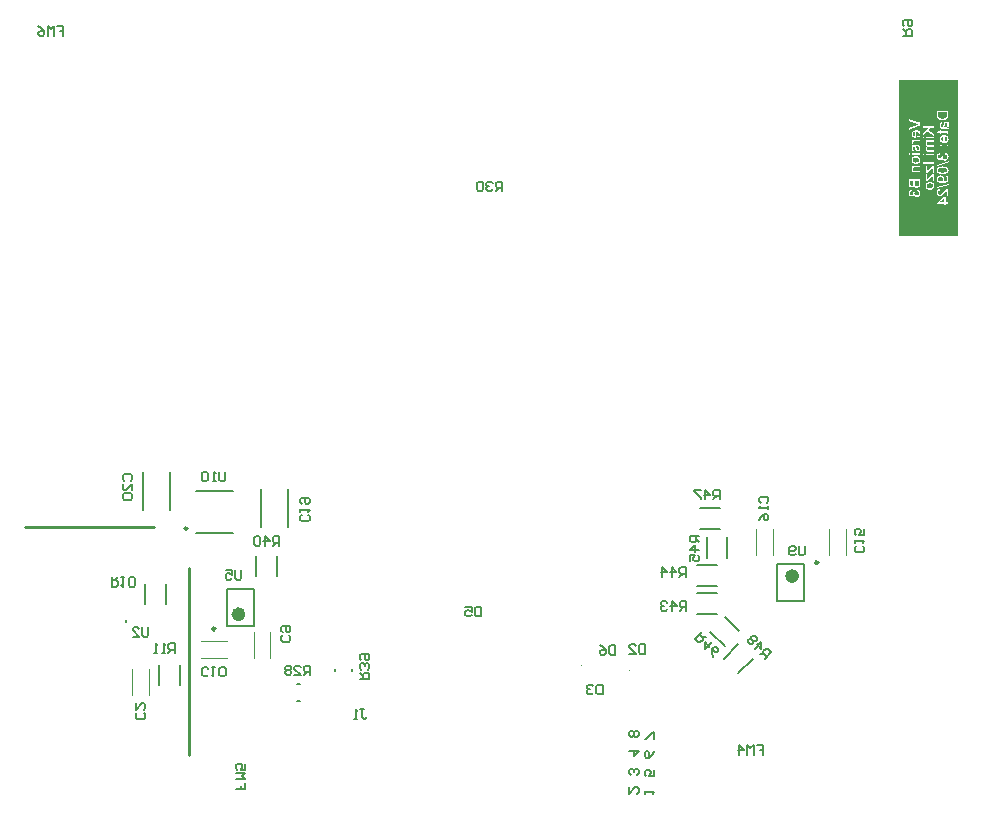
<source format=gbo>
G04*
G04 #@! TF.GenerationSoftware,Altium Limited,Altium Designer,24.0.1 (36)*
G04*
G04 Layer_Color=32896*
%FSLAX44Y44*%
%MOMM*%
G71*
G04*
G04 #@! TF.SameCoordinates,3C6FB229-8EB3-43CD-B7CA-B0B301390D20*
G04*
G04*
G04 #@! TF.FilePolarity,Positive*
G04*
G01*
G75*
%ADD10C,0.2500*%
%ADD11C,0.6000*%
%ADD12C,0.1000*%
%ADD14C,0.2000*%
%ADD15C,0.1500*%
%ADD70C,0.2540*%
G36*
X783639Y624151D02*
X815234D01*
Y492480D01*
X783639D01*
Y492480D01*
X765984D01*
Y624151D01*
X783639D01*
Y624151D01*
D02*
G37*
%LPC*%
G36*
X807376Y598401D02*
X797621D01*
Y594651D01*
X797635Y594397D01*
X797649Y594115D01*
X797677Y593833D01*
X797719Y593551D01*
X797762Y593312D01*
Y593297D01*
X797776Y593269D01*
Y593227D01*
X797804Y593171D01*
X797846Y593016D01*
X797917Y592818D01*
X798015Y592593D01*
X798142Y592353D01*
X798283Y592113D01*
X798466Y591888D01*
X798481Y591874D01*
X798495Y591860D01*
X798537Y591817D01*
X798579Y591761D01*
X798720Y591620D01*
X798917Y591451D01*
X799157Y591268D01*
X799439Y591070D01*
X799763Y590887D01*
X800130Y590732D01*
X800144D01*
X800172Y590718D01*
X800229Y590690D01*
X800313Y590675D01*
X800412Y590633D01*
X800525Y590605D01*
X800651Y590577D01*
X800807Y590534D01*
X800962Y590492D01*
X801145Y590464D01*
X801540Y590393D01*
X801977Y590351D01*
X802456Y590337D01*
X797621D01*
X807376D01*
Y598401D01*
D02*
G37*
G36*
X783470Y591352D02*
D01*
Y587574D01*
X773715Y591352D01*
Y589942D01*
X780806Y587405D01*
X780820D01*
X780848Y587391D01*
X780890Y587377D01*
X780947Y587349D01*
X781031Y587334D01*
X781116Y587306D01*
X781327Y587236D01*
X781567Y587151D01*
X781835Y587067D01*
X782399Y586897D01*
X782385D01*
X782356Y586883D01*
X782314Y586869D01*
X782258Y586855D01*
X782103Y586813D01*
X781891Y586742D01*
X781652Y586672D01*
X781384Y586587D01*
X781102Y586489D01*
X780806Y586376D01*
X773715Y583726D01*
Y582415D01*
X783470Y586221D01*
Y582415D01*
X773715D01*
X783470D01*
Y591352D01*
D02*
G37*
G36*
X807531Y589125D02*
D01*
Y586827D01*
X807517Y586912D01*
Y587010D01*
X807503Y587123D01*
X807460Y587377D01*
X807390Y587659D01*
X807291Y587969D01*
X807150Y588251D01*
X806967Y588504D01*
X806939Y588533D01*
X806868Y588603D01*
X806741Y588702D01*
X806572Y588815D01*
X806361Y588927D01*
X806121Y589026D01*
X805825Y589096D01*
X805684Y589111D01*
X805515Y589125D01*
X807531D01*
X800144D01*
X805430D01*
X805332Y589111D01*
X805205Y589096D01*
X805050Y589068D01*
X804895Y589026D01*
X804725Y588970D01*
X804570Y588899D01*
X804556Y588885D01*
X804500Y588857D01*
X804415Y588801D01*
X804317Y588730D01*
X804204Y588645D01*
X804091Y588533D01*
X803978Y588420D01*
X803880Y588279D01*
X803866Y588265D01*
X803837Y588208D01*
X803781Y588138D01*
X803725Y588025D01*
X803668Y587898D01*
X803598Y587743D01*
X803541Y587588D01*
X803485Y587405D01*
Y587391D01*
X803471Y587334D01*
X803443Y587250D01*
X803429Y587137D01*
X803400Y586996D01*
X803372Y586813D01*
X803330Y586601D01*
X803302Y586348D01*
Y586334D01*
X803288Y586277D01*
Y586207D01*
X803273Y586108D01*
X803259Y585995D01*
X803231Y585854D01*
X803217Y585699D01*
X803189Y585530D01*
X803118Y585192D01*
X803048Y584825D01*
X802963Y584501D01*
X802921Y584346D01*
X802879Y584205D01*
X802865D01*
X802837D01*
X802752Y584191D01*
X802653D01*
X802597D01*
X802569D01*
X802555D01*
X802541D01*
X802456D01*
X802315Y584205D01*
X802160Y584233D01*
X801991Y584275D01*
X801822Y584346D01*
X801666Y584430D01*
X801540Y584543D01*
X801525Y584557D01*
X801469Y584628D01*
X801413Y584741D01*
X801328Y584882D01*
X801258Y585079D01*
X801187Y585304D01*
X801145Y585586D01*
X801131Y585911D01*
Y586052D01*
X801145Y586193D01*
X801173Y586390D01*
X801201Y586587D01*
X801258Y586799D01*
X801328Y586996D01*
X801427Y587165D01*
X801441Y587179D01*
X801483Y587236D01*
X801554Y587306D01*
X801666Y587391D01*
X801807Y587475D01*
X801991Y587574D01*
X802216Y587659D01*
X802470Y587743D01*
X802315Y588913D01*
X802301D01*
X802287Y588899D01*
X802244D01*
X802188Y588885D01*
X802061Y588843D01*
X801878Y588786D01*
X801695Y588716D01*
X801497Y588631D01*
X801300Y588519D01*
X801117Y588392D01*
X801103Y588378D01*
X801046Y588321D01*
X800962Y588237D01*
X800849Y588124D01*
X800736Y587969D01*
X800623Y587785D01*
X800496Y587574D01*
X800398Y587334D01*
Y587320D01*
X800384Y587306D01*
X800369Y587264D01*
X800355Y587207D01*
X800313Y587067D01*
X800271Y586869D01*
X800229Y586644D01*
X800186Y586362D01*
X800158Y586066D01*
X800144Y585727D01*
Y585572D01*
X800158Y585417D01*
X800172Y585206D01*
X800200Y584966D01*
X800243Y584726D01*
X800299Y584487D01*
X800369Y584261D01*
X800384Y584233D01*
X800412Y584163D01*
X800454Y584064D01*
X800510Y583937D01*
X800595Y583796D01*
X800680Y583655D01*
X800792Y583528D01*
X800905Y583415D01*
X800919Y583401D01*
X800962Y583373D01*
X801032Y583331D01*
X801117Y583274D01*
X801244Y583204D01*
X801370Y583148D01*
X801525Y583091D01*
X801709Y583049D01*
X801723D01*
X801765Y583035D01*
X801850Y583021D01*
X801963Y583007D01*
X802117D01*
X802301Y582993D01*
X802541Y582978D01*
X802808D01*
X804415D01*
X804429D01*
X804486D01*
X804570D01*
X804683D01*
X804810D01*
X804965D01*
X805303Y582964D01*
X805656D01*
X806008Y582950D01*
X806163Y582936D01*
X806304D01*
X806431Y582922D01*
X806530Y582908D01*
X806544D01*
X806600Y582894D01*
X806685Y582880D01*
X806798Y582837D01*
X806925Y582809D01*
X807066Y582753D01*
X807221Y582682D01*
X807376Y582612D01*
Y583867D01*
X807362Y583881D01*
X807305Y583895D01*
X807235Y583923D01*
X807122Y583965D01*
X806995Y584007D01*
X806840Y584036D01*
X806671Y584064D01*
X806488Y584092D01*
Y584106D01*
X806516Y584120D01*
X806586Y584205D01*
X806685Y584332D01*
X806812Y584501D01*
X806939Y584712D01*
X807080Y584924D01*
X807207Y585149D01*
X807305Y585389D01*
X807319Y585417D01*
X807333Y585502D01*
X807376Y585629D01*
X807418Y585784D01*
X807460Y585981D01*
X807488Y586207D01*
X807517Y586460D01*
X807531Y586714D01*
Y582964D01*
Y589125D01*
D02*
G37*
G36*
X807474Y581823D02*
D01*
Y579398D01*
X807460Y579511D01*
X807446Y579651D01*
X807432Y579821D01*
X807390Y579990D01*
X807347Y580145D01*
X807277Y580300D01*
X807263Y580314D01*
X807235Y580356D01*
X807193Y580413D01*
X807122Y580497D01*
X807051Y580568D01*
X806953Y580652D01*
X806854Y580737D01*
X806727Y580793D01*
X806713D01*
X806657Y580822D01*
X806558Y580836D01*
X806417Y580864D01*
X806234Y580892D01*
X806121Y580906D01*
X805994D01*
X805839Y580920D01*
X805684Y580934D01*
X805515D01*
X805318D01*
X801229D01*
Y581823D01*
X807474D01*
X797832D01*
X800299D01*
Y580934D01*
X798551D01*
X797832Y579736D01*
X800299D01*
Y578524D01*
X801229D01*
Y579736D01*
X805388D01*
X805416D01*
X805473D01*
X805557D01*
X805656Y579722D01*
X805881Y579708D01*
X805980Y579694D01*
X806051Y579680D01*
X806079Y579666D01*
X806135Y579623D01*
X806206Y579567D01*
X806276Y579468D01*
X806290Y579440D01*
X806319Y579370D01*
X806347Y579243D01*
X806361Y579059D01*
Y578918D01*
X806347Y578848D01*
Y578749D01*
X806333Y578637D01*
X806319Y578524D01*
X807376Y578369D01*
D01*
Y578397D01*
X807390Y578453D01*
X807404Y578552D01*
X807418Y578679D01*
X807446Y578820D01*
X807460Y578975D01*
X807474Y579285D01*
Y578369D01*
X807376D01*
X807474D01*
Y581823D01*
D02*
G37*
G36*
X795345Y585227D02*
X785590D01*
Y583930D01*
X790440D01*
X785590Y579109D01*
Y579144D01*
Y577163D01*
Y577347D01*
X789551Y581435D01*
X795345Y577163D01*
Y578869D01*
X790425Y582337D01*
X791962Y583930D01*
X795345D01*
Y579059D01*
Y585227D01*
D02*
G37*
G36*
X783625Y581808D02*
D01*
Y578594D01*
X783611Y578693D01*
X783597Y578820D01*
X783569Y578975D01*
X783540Y579144D01*
X783512Y579327D01*
X783400Y579722D01*
X783315Y579934D01*
X783230Y580131D01*
X783118Y580342D01*
X782991Y580540D01*
X782850Y580723D01*
X782681Y580906D01*
X782666Y580920D01*
X782638Y580948D01*
X782582Y580991D01*
X782497Y581047D01*
X782399Y581118D01*
X782286Y581188D01*
X782145Y581273D01*
X781990Y581357D01*
X781807Y581442D01*
X781609Y581526D01*
X781384Y581597D01*
X781144Y581667D01*
X780890Y581724D01*
X780608Y581766D01*
X780312Y581794D01*
X780002Y581808D01*
X779833D01*
X779706Y581794D01*
X779551Y581780D01*
X779382Y581766D01*
X779184Y581738D01*
X778987Y581696D01*
X778536Y581583D01*
X778310Y581512D01*
X778071Y581428D01*
X777845Y581315D01*
X777634Y581188D01*
X777422Y581047D01*
X777225Y580892D01*
X777211Y580878D01*
X777183Y580850D01*
X777141Y580793D01*
X777070Y580723D01*
X777000Y580638D01*
X776915Y580526D01*
X776816Y580399D01*
X776732Y580244D01*
X776633Y580089D01*
X776548Y579905D01*
X776464Y579708D01*
X776393Y579496D01*
X776323Y579271D01*
X776281Y579031D01*
X776252Y578778D01*
X776238Y578510D01*
Y578369D01*
X776252Y578270D01*
X776266Y578157D01*
X776295Y578016D01*
X776323Y577861D01*
X776365Y577678D01*
X776407Y577509D01*
X776478Y577311D01*
X776548Y577128D01*
X776647Y576931D01*
X776760Y576734D01*
X776887Y576536D01*
X777042Y576353D01*
X777211Y576184D01*
X777225Y576170D01*
X777253Y576141D01*
X777310Y576099D01*
X777394Y576043D01*
X777493Y575972D01*
X777606Y575902D01*
X777747Y575817D01*
X777916Y575733D01*
X778099Y575648D01*
X778296Y575563D01*
X778522Y575493D01*
X778762Y575422D01*
X779029Y575366D01*
X779311Y575324D01*
X779607Y575296D01*
X779932Y575281D01*
X783625D01*
Y581808D01*
D02*
G37*
G36*
X795345Y576233D02*
X788269D01*
Y575035D01*
X786958D01*
Y576233D01*
X785590D01*
Y575035D01*
X795345D01*
Y576233D01*
D02*
G37*
G36*
X803908Y577748D02*
X803739D01*
X803612Y577734D01*
X803457Y577720D01*
X803288Y577706D01*
X803090Y577678D01*
X802893Y577636D01*
X802442Y577523D01*
X802216Y577452D01*
X801977Y577368D01*
X801751Y577255D01*
X801540Y577128D01*
X801328Y576987D01*
X801131Y576832D01*
X801117Y576818D01*
X801088Y576790D01*
X801046Y576734D01*
X800976Y576663D01*
X800905Y576578D01*
X800821Y576466D01*
X800722Y576339D01*
X800637Y576184D01*
X800539Y576029D01*
X800454Y575845D01*
X800369Y575648D01*
X800299Y575437D01*
X800229Y575211D01*
X800186Y574971D01*
X800158Y574718D01*
X800144Y574450D01*
Y571222D01*
D01*
Y574309D01*
X800158Y574210D01*
X800172Y574097D01*
X800200Y573956D01*
X800229Y573801D01*
X800271Y573618D01*
X800313Y573449D01*
X800384Y573251D01*
X800454Y573068D01*
X800553Y572871D01*
X800666Y572673D01*
X800792Y572476D01*
X800947Y572293D01*
X801117Y572124D01*
X801131Y572110D01*
X801159Y572081D01*
X801215Y572039D01*
X801300Y571983D01*
X801399Y571912D01*
X801511Y571842D01*
X801652Y571757D01*
X801822Y571673D01*
X802005Y571588D01*
X802202Y571503D01*
X802428Y571433D01*
X802667Y571362D01*
X802935Y571306D01*
X803217Y571264D01*
X803513Y571236D01*
X803837Y571222D01*
X807531D01*
X804007D01*
X804147Y571236D01*
Y576522D01*
X804162D01*
X804204D01*
X804260Y576508D01*
X804345D01*
X804444Y576494D01*
X804556Y576466D01*
X804810Y576423D01*
X805092Y576339D01*
X805402Y576226D01*
X805684Y576071D01*
X805938Y575873D01*
Y575859D01*
X805966Y575845D01*
X806037Y575761D01*
X806135Y575634D01*
X806234Y575465D01*
X806347Y575239D01*
X806445Y574985D01*
X806516Y574703D01*
X806530Y574548D01*
X806544Y574379D01*
Y574267D01*
X806530Y574140D01*
X806502Y573985D01*
X806459Y573815D01*
X806403Y573618D01*
X806319Y573435D01*
X806206Y573251D01*
X806192Y573237D01*
X806135Y573167D01*
X806051Y573082D01*
X805938Y572984D01*
X805783Y572871D01*
X805585Y572744D01*
X805360Y572617D01*
X805092Y572504D01*
X805247Y571264D01*
X805261D01*
X805289Y571278D01*
X805346Y571292D01*
X805430Y571320D01*
X805515Y571362D01*
X805628Y571405D01*
X805867Y571518D01*
X806135Y571659D01*
X806417Y571856D01*
X806685Y572081D01*
X806939Y572363D01*
Y572378D01*
X806967Y572406D01*
X806995Y572448D01*
X807037Y572504D01*
X807080Y572589D01*
X807122Y572673D01*
X807178Y572786D01*
X807235Y572913D01*
X807291Y573054D01*
X807347Y573195D01*
X807432Y573548D01*
X807503Y573942D01*
X807531Y574379D01*
Y574534D01*
X807517Y574633D01*
X807503Y574760D01*
X807474Y574915D01*
X807446Y575084D01*
X807418Y575267D01*
X807305Y575662D01*
X807221Y575873D01*
X807136Y576071D01*
X807023Y576282D01*
X806896Y576480D01*
X806756Y576663D01*
X806586Y576846D01*
X806572Y576860D01*
X806544Y576889D01*
X806488Y576931D01*
X806403Y576987D01*
X806304Y577058D01*
X806192Y577128D01*
X806051Y577213D01*
X805895Y577297D01*
X805712Y577382D01*
X805515Y577467D01*
X805289Y577537D01*
X805050Y577607D01*
X804796Y577664D01*
X804514Y577706D01*
X804218Y577734D01*
X803908Y577748D01*
D02*
G37*
G36*
X783470Y573829D02*
X776238D01*
X776393D01*
Y572744D01*
X777465D01*
X777451Y572730D01*
X777352Y572673D01*
X777225Y572603D01*
X777070Y572490D01*
X776915Y572378D01*
X776746Y572251D01*
X776605Y572124D01*
X776492Y571997D01*
X776478Y571983D01*
X776450Y571940D01*
X776407Y571856D01*
X776365Y571771D01*
X776323Y571659D01*
X776281Y571518D01*
X776252Y571377D01*
X776238Y571222D01*
Y571292D01*
Y571123D01*
X776252Y570996D01*
X776281Y570841D01*
X776337Y570658D01*
X776407Y570460D01*
X776506Y570235D01*
X776633Y569995D01*
D01*
X777733Y570432D01*
X777719Y570446D01*
X777690Y570503D01*
X777648Y570587D01*
X777606Y570700D01*
X777563Y570827D01*
X777521Y570982D01*
X777493Y571137D01*
X777479Y571292D01*
Y571362D01*
X777493Y571433D01*
X777507Y571532D01*
X777535Y571630D01*
X777578Y571757D01*
X777634Y571884D01*
X777719Y571997D01*
X777733Y572011D01*
X777761Y572053D01*
X777817Y572096D01*
X777888Y572166D01*
X777986Y572237D01*
X778099Y572307D01*
X778226Y572378D01*
X778381Y572434D01*
X778409Y572448D01*
X778494Y572462D01*
X778621Y572490D01*
X778790Y572533D01*
X779001Y572575D01*
X779241Y572603D01*
X779495Y572617D01*
X779777Y572631D01*
X783470D01*
Y573829D01*
D02*
G37*
G36*
X807376Y569431D02*
X800299D01*
Y568064D01*
X801666D01*
Y569431D01*
X806008D01*
Y568064D01*
X807376D01*
Y569431D01*
D02*
G37*
G36*
X795345Y573216D02*
X788114D01*
X788269D01*
Y572145D01*
X789284D01*
X789255Y572131D01*
X789199Y572089D01*
X789100Y572004D01*
X788988Y571905D01*
X788847Y571778D01*
X788706Y571623D01*
X788565Y571454D01*
X788438Y571257D01*
X788424Y571229D01*
X788381Y571158D01*
X788339Y571045D01*
X788269Y570890D01*
X788212Y570707D01*
X788170Y570496D01*
X788128Y570256D01*
X788114Y570002D01*
Y569875D01*
X788128Y569720D01*
X788156Y569551D01*
X788198Y569340D01*
X788255Y569128D01*
X788339Y568917D01*
X788452Y568719D01*
X788466Y568691D01*
X788508Y568635D01*
X788579Y568550D01*
X788692Y568437D01*
X788818Y568325D01*
X788973Y568198D01*
X789157Y568085D01*
X789368Y568000D01*
X789354Y567986D01*
X789312Y567958D01*
X789255Y567916D01*
X789171Y567845D01*
X789072Y567761D01*
X788973Y567662D01*
X788861Y567549D01*
X788734Y567408D01*
X788621Y567253D01*
X788508Y567098D01*
X788410Y566915D01*
X788311Y566718D01*
X788226Y566506D01*
X788170Y566281D01*
X788128Y566055D01*
X788114Y565801D01*
Y565703D01*
X788128Y565632D01*
Y565533D01*
X788142Y565435D01*
X788184Y565195D01*
X788255Y564941D01*
X788367Y564674D01*
X788508Y564406D01*
X788706Y564180D01*
X788734Y564152D01*
X788818Y564095D01*
X788945Y563997D01*
X789044Y563955D01*
X789143Y563898D01*
X789269Y563842D01*
X789396Y563800D01*
X789537Y563743D01*
X789706Y563701D01*
X789876Y563673D01*
X790073Y563644D01*
X790270Y563616D01*
X788114D01*
X795345D01*
Y564857D01*
Y564814D01*
X790905D01*
X790891D01*
X790877D01*
X790792D01*
X790665D01*
X790510Y564829D01*
X790341Y564843D01*
X790172Y564857D01*
X790003Y564885D01*
X789876Y564927D01*
X789862D01*
X789819Y564955D01*
X789763Y564984D01*
X789693Y565026D01*
X789608Y565082D01*
X789523Y565153D01*
X789439Y565237D01*
X789354Y565350D01*
X789340Y565364D01*
X789326Y565406D01*
X789298Y565463D01*
X789255Y565562D01*
X789213Y565660D01*
X789185Y565787D01*
X789171Y565914D01*
X789157Y566069D01*
Y566140D01*
X789171Y566196D01*
X789185Y566337D01*
X789213Y566506D01*
X789284Y566703D01*
X789368Y566915D01*
X789495Y567126D01*
X789664Y567324D01*
X789693Y567338D01*
X789763Y567394D01*
X789876Y567479D01*
X790045Y567563D01*
X790270Y567662D01*
X790538Y567733D01*
X790863Y567789D01*
X791243Y567817D01*
X795345D01*
Y567415D01*
Y573216D01*
D02*
G37*
G36*
X781356Y569756D02*
X781172Y568571D01*
X781186D01*
X781200D01*
X781285Y568543D01*
X781426Y568515D01*
X781581Y568459D01*
X781750Y568388D01*
X781934Y568303D01*
X782117Y568177D01*
X782272Y568022D01*
X782286Y567993D01*
X782328Y567937D01*
X782385Y567824D01*
X782455Y567683D01*
X782525Y567500D01*
X782582Y567289D01*
X782624Y567035D01*
X782638Y566739D01*
Y566598D01*
X782624Y566457D01*
X782596Y566273D01*
X782554Y566076D01*
X782497Y565865D01*
X782427Y565681D01*
X782314Y565512D01*
X782300Y565498D01*
X782258Y565442D01*
X782187Y565385D01*
X782088Y565301D01*
X781976Y565230D01*
X781835Y565160D01*
X781694Y565117D01*
X781525Y565103D01*
X781511D01*
X781454D01*
X781384Y565117D01*
X781285Y565146D01*
X781186Y565188D01*
X781088Y565258D01*
X780975Y565343D01*
X780890Y565470D01*
X780876Y565484D01*
X780862Y565526D01*
X780820Y565597D01*
X780778Y565710D01*
X780721Y565879D01*
X780679Y565978D01*
X780651Y566090D01*
X780608Y566217D01*
X780566Y566358D01*
X780524Y566513D01*
X780481Y566696D01*
Y566711D01*
X780467Y566753D01*
X780453Y566823D01*
X780425Y566908D01*
X780397Y567021D01*
X780355Y567147D01*
X780284Y567415D01*
X780185Y567725D01*
X780101Y568022D01*
X780002Y568303D01*
X779946Y568430D01*
X779903Y568529D01*
X779889Y568557D01*
X779861Y568614D01*
X779805Y568698D01*
X779734Y568811D01*
X779636Y568938D01*
X779523Y569065D01*
X779396Y569192D01*
X779241Y569304D01*
X779227Y569318D01*
X779171Y569347D01*
X779072Y569389D01*
X778959Y569431D01*
X778818Y569473D01*
X778649Y569516D01*
X778480Y569544D01*
X778282Y569558D01*
X778254D01*
X778198D01*
X778113Y569544D01*
X777986Y569530D01*
X777859Y569502D01*
X777704Y569473D01*
X777563Y569417D01*
X777408Y569347D01*
X777394Y569333D01*
X777338Y569304D01*
X777267Y569262D01*
X777169Y569192D01*
X777070Y569107D01*
X776943Y569008D01*
X776830Y568895D01*
X776732Y568755D01*
X776718Y568741D01*
X776703Y568698D01*
X776661Y568642D01*
X776619Y568557D01*
X776562Y568444D01*
X776506Y568318D01*
X776450Y568162D01*
X776393Y567993D01*
X776379Y567965D01*
X776365Y567909D01*
X776337Y567810D01*
X776309Y567683D01*
X776281Y567528D01*
X776266Y567359D01*
X776238Y567162D01*
Y567218D01*
Y566823D01*
X776252Y566668D01*
X776266Y566457D01*
X776295Y566231D01*
X776351Y565992D01*
X776407Y565738D01*
X776492Y565498D01*
Y565484D01*
X776506Y565470D01*
X776534Y565400D01*
X776591Y565287D01*
X776661Y565146D01*
X776760Y564991D01*
X776873Y564836D01*
X777000Y564695D01*
X777141Y564568D01*
X777155Y564554D01*
X777211Y564525D01*
X777310Y564469D01*
X777422Y564399D01*
X777592Y564328D01*
X777775Y564258D01*
X777986Y564201D01*
X778226Y564145D01*
X778381Y565315D01*
X778353D01*
X778296Y565329D01*
X778198Y565357D01*
X778071Y565400D01*
X777944Y565470D01*
X777803Y565555D01*
X777662Y565653D01*
X777535Y565794D01*
X777521Y565808D01*
X777493Y565865D01*
X777437Y565949D01*
X777380Y566076D01*
X777324Y566217D01*
X777267Y566400D01*
X777239Y566626D01*
X777225Y566866D01*
Y567006D01*
X777239Y567147D01*
X777253Y567331D01*
X777296Y567514D01*
X777338Y567711D01*
X777408Y567895D01*
X777507Y568050D01*
X777521Y568064D01*
X777549Y568106D01*
X777606Y568162D01*
X777690Y568219D01*
X777775Y568289D01*
X777888Y568346D01*
X778015Y568388D01*
X778141Y568402D01*
X778156D01*
X778184D01*
X778226Y568388D01*
X778282D01*
X778423Y568346D01*
X778564Y568261D01*
X778578Y568247D01*
X778593Y568233D01*
X778635Y568205D01*
X778677Y568148D01*
X778719Y568092D01*
X778776Y568007D01*
X778818Y567909D01*
X778874Y567796D01*
Y567782D01*
X778888Y567754D01*
X778903Y567697D01*
X778945Y567599D01*
X778987Y567458D01*
X779029Y567274D01*
X779072Y567162D01*
X779100Y567035D01*
X779142Y566894D01*
X779184Y566739D01*
Y566725D01*
X779199Y566682D01*
X779213Y566612D01*
X779241Y566527D01*
X779269Y566429D01*
X779297Y566302D01*
X779382Y566034D01*
X779466Y565738D01*
X779565Y565442D01*
X779664Y565174D01*
X779706Y565061D01*
X779748Y564963D01*
X779762Y564934D01*
X779791Y564878D01*
X779833Y564793D01*
X779903Y564666D01*
X779988Y564540D01*
X780101Y564413D01*
X780228Y564286D01*
X780369Y564173D01*
X780383Y564159D01*
X780439Y564131D01*
X780524Y564074D01*
X780651Y564018D01*
X780806Y563976D01*
X780975Y563919D01*
X781172Y563891D01*
X781398Y563877D01*
X776238D01*
X781497D01*
X781609Y563891D01*
X781764Y563919D01*
X781934Y563962D01*
X782117Y564032D01*
X782328Y564117D01*
X782525Y564229D01*
X782554Y564244D01*
X782610Y564300D01*
X782709Y564370D01*
X782822Y564483D01*
X782948Y564638D01*
X783089Y564807D01*
X783216Y565005D01*
X783343Y565244D01*
Y565258D01*
X783357Y565273D01*
X783385Y565357D01*
X783428Y565498D01*
X783484Y565681D01*
X783540Y565907D01*
X783583Y566161D01*
X783611Y566429D01*
X783625Y566739D01*
Y566866D01*
X783611Y566964D01*
Y567077D01*
X783597Y567218D01*
X783583Y567359D01*
X783555Y567514D01*
X783484Y567852D01*
X783385Y568205D01*
X783244Y568543D01*
X783160Y568698D01*
X783061Y568839D01*
X783047Y568853D01*
X783033Y568867D01*
X782948Y568952D01*
X782822Y569079D01*
X782624Y569220D01*
X782385Y569375D01*
X782103Y569530D01*
X781750Y569657D01*
X781356Y569756D01*
D02*
G37*
G36*
X783470Y562453D02*
X776393D01*
Y561255D01*
X775082D01*
Y562453D01*
X773715D01*
Y561255D01*
X783470D01*
Y562453D01*
D02*
G37*
G36*
X795345Y561840D02*
X788269D01*
Y560642D01*
X786958D01*
Y561840D01*
X785590D01*
Y560642D01*
X795345D01*
Y561840D01*
D02*
G37*
G36*
X804796Y562495D02*
X804641Y561297D01*
X804655D01*
X804683Y561283D01*
X804740Y561269D01*
X804810Y561255D01*
X804895Y561241D01*
X804993Y561213D01*
X805205Y561142D01*
X805459Y561044D01*
X805698Y560917D01*
X805924Y560776D01*
X806121Y560606D01*
X806135Y560578D01*
X806192Y560522D01*
X806262Y560409D01*
X806333Y560268D01*
X806417Y560099D01*
X806488Y559888D01*
X806544Y559648D01*
X806558Y559394D01*
Y559310D01*
X806544Y559253D01*
X806530Y559098D01*
X806488Y558901D01*
X806417Y558675D01*
X806319Y558436D01*
X806178Y558196D01*
X805980Y557970D01*
X805952Y557942D01*
X805867Y557872D01*
X805741Y557787D01*
X805571Y557674D01*
X805360Y557561D01*
X805120Y557477D01*
X804838Y557407D01*
X804528Y557378D01*
X804514D01*
X804486D01*
X804444D01*
X804387Y557392D01*
X804232Y557407D01*
X804049Y557449D01*
X803823Y557505D01*
X803598Y557604D01*
X803372Y557745D01*
X803161Y557928D01*
X803132Y557956D01*
X803076Y558027D01*
X802992Y558139D01*
X802893Y558295D01*
X802794Y558492D01*
X802710Y558732D01*
X802653Y558999D01*
X802625Y559296D01*
Y559422D01*
X802639Y559521D01*
X802653Y559648D01*
X802681Y559789D01*
X802710Y559958D01*
X802752Y560141D01*
X801695Y560000D01*
Y559930D01*
X801709Y559874D01*
Y559690D01*
X801681Y559535D01*
X801652Y559352D01*
X801610Y559140D01*
X801540Y558901D01*
X801441Y558675D01*
X801314Y558436D01*
Y558422D01*
X801300Y558407D01*
X801244Y558337D01*
X801145Y558238D01*
X801018Y558125D01*
X800835Y558013D01*
X800623Y557914D01*
X800384Y557844D01*
X800243Y557815D01*
X800088D01*
X800073D01*
X800059D01*
X799975D01*
X799862Y557844D01*
X799707Y557872D01*
X799538Y557928D01*
X799354Y557999D01*
X799171Y558111D01*
X799002Y558266D01*
X798988Y558280D01*
X798932Y558351D01*
X798861Y558450D01*
X798777Y558577D01*
X798706Y558746D01*
X798636Y558943D01*
X798579Y559169D01*
X798565Y559422D01*
Y559535D01*
X798593Y559662D01*
X798622Y559831D01*
X798678Y560014D01*
X798748Y560198D01*
X798861Y560395D01*
X799002Y560578D01*
X799016Y560592D01*
X799087Y560649D01*
X799185Y560733D01*
X799326Y560832D01*
X799510Y560931D01*
X799735Y561029D01*
X800003Y561114D01*
X800313Y561170D01*
X800102Y562369D01*
X800088D01*
X800045Y562355D01*
X799989Y562340D01*
X799904Y562326D01*
X799806Y562298D01*
X799693Y562256D01*
X799425Y562171D01*
X799115Y562030D01*
X798805Y561861D01*
X798509Y561650D01*
X798241Y561382D01*
X798227Y561368D01*
X798213Y561339D01*
X798185Y561297D01*
X798142Y561241D01*
X798086Y561170D01*
X798029Y561072D01*
X797973Y560973D01*
X797903Y560846D01*
X797790Y560564D01*
X797677Y560240D01*
X797607Y559859D01*
X797578Y559662D01*
Y559310D01*
X797592Y559155D01*
X797621Y558971D01*
X797663Y558746D01*
X797733Y558492D01*
X797818Y558238D01*
X797931Y557985D01*
Y557970D01*
X797945Y557956D01*
X797987Y557872D01*
X798072Y557745D01*
X798170Y557604D01*
X798311Y557435D01*
X798466Y557266D01*
X798650Y557096D01*
X798861Y556955D01*
X798889Y556941D01*
X798960Y556899D01*
X799087Y556843D01*
X799242Y556772D01*
X799425Y556702D01*
X799637Y556645D01*
X799876Y556603D01*
X800116Y556589D01*
X800144D01*
X800229D01*
X800341Y556603D01*
X800496Y556631D01*
X800680Y556673D01*
X800877Y556744D01*
X801074Y556828D01*
X801272Y556941D01*
X801300Y556955D01*
X801356Y556998D01*
X801455Y557082D01*
X801568Y557195D01*
X801695Y557336D01*
X801836Y557505D01*
X801963Y557702D01*
X802089Y557942D01*
Y557928D01*
X802104Y557900D01*
X802117Y557858D01*
X802132Y557801D01*
X802188Y557646D01*
X802273Y557449D01*
X802385Y557223D01*
X802526Y556998D01*
X802710Y556786D01*
X802921Y556589D01*
X802949Y556575D01*
X803034Y556518D01*
X803175Y556434D01*
X803358Y556349D01*
X803584Y556265D01*
X803851Y556180D01*
X804162Y556124D01*
X804500Y556110D01*
X797578D01*
X807545D01*
X804627D01*
X804711Y556124D01*
X804824Y556138D01*
X804951Y556166D01*
X805092Y556194D01*
X805247Y556222D01*
X805585Y556335D01*
X805769Y556420D01*
X805938Y556504D01*
X806121Y556617D01*
X806304Y556744D01*
X806488Y556885D01*
X806657Y557054D01*
X806671Y557068D01*
X806699Y557096D01*
X806741Y557153D01*
X806798Y557223D01*
X806868Y557308D01*
X806939Y557421D01*
X807023Y557547D01*
X807094Y557702D01*
X807178Y557858D01*
X807263Y558041D01*
X807333Y558224D01*
X807404Y558436D01*
X807460Y558661D01*
X807503Y558901D01*
X807531Y559140D01*
X807545Y559408D01*
Y559535D01*
X807531Y559620D01*
X807517Y559733D01*
X807503Y559859D01*
X807474Y560000D01*
X807446Y560155D01*
X807362Y560494D01*
X807221Y560846D01*
X807136Y561029D01*
X807037Y561199D01*
X806910Y561368D01*
X806784Y561537D01*
X806770Y561551D01*
X806741Y561579D01*
X806699Y561622D01*
X806643Y561664D01*
X806572Y561734D01*
X806473Y561805D01*
X806375Y561889D01*
X806248Y561974D01*
X806107Y562058D01*
X805966Y562143D01*
X805628Y562298D01*
X805233Y562425D01*
X805022Y562467D01*
X804796Y562495D01*
D02*
G37*
G36*
X795345Y554650D02*
X785590D01*
Y553354D01*
X795345D01*
Y554650D01*
D02*
G37*
G36*
X783625Y559874D02*
X779847D01*
X779748Y559859D01*
X779607D01*
X779452Y559845D01*
X779255Y559817D01*
X779058Y559789D01*
X778832Y559733D01*
X778607Y559676D01*
X778367Y559606D01*
X778113Y559521D01*
X777874Y559408D01*
X777648Y559296D01*
X777422Y559140D01*
X777211Y558985D01*
X777028Y558788D01*
X777014Y558774D01*
X777000Y558746D01*
X776957Y558689D01*
X776901Y558619D01*
X776844Y558534D01*
X776774Y558422D01*
X776703Y558309D01*
X776633Y558168D01*
X776562Y558013D01*
X776492Y557844D01*
X776365Y557463D01*
X776266Y557026D01*
X776252Y556800D01*
X776238Y556561D01*
Y553248D01*
Y556420D01*
X776252Y556321D01*
X776266Y556194D01*
X776295Y556053D01*
X776323Y555898D01*
X776351Y555715D01*
X776478Y555334D01*
X776548Y555137D01*
X776647Y554939D01*
X776746Y554742D01*
X776887Y554545D01*
X777028Y554361D01*
X777197Y554178D01*
X777211Y554164D01*
X777239Y554136D01*
X777296Y554094D01*
X777366Y554037D01*
X777465Y553967D01*
X777592Y553882D01*
X777733Y553798D01*
X777888Y553713D01*
X778057Y553629D01*
X778268Y553544D01*
X778480Y553459D01*
X778719Y553389D01*
X778973Y553332D01*
X779241Y553290D01*
X779523Y553262D01*
X779833Y553248D01*
X776238D01*
X780059D01*
X780171Y553262D01*
X780312Y553276D01*
X780453D01*
X780608Y553304D01*
X780961Y553346D01*
X781313Y553431D01*
X781666Y553530D01*
X781990Y553671D01*
X782004D01*
X782018Y553685D01*
X782060Y553713D01*
X782117Y553741D01*
X782258Y553840D01*
X782427Y553967D01*
X782624Y554136D01*
X782822Y554347D01*
X783019Y554587D01*
X783202Y554869D01*
Y554883D01*
X783216Y554897D01*
X783244Y554939D01*
X783273Y555010D01*
X783301Y555080D01*
X783329Y555165D01*
X783414Y555377D01*
X783484Y555616D01*
X783555Y555912D01*
X783611Y556222D01*
X783625Y556561D01*
Y556702D01*
X783611Y556814D01*
X783597Y556941D01*
X783569Y557082D01*
X783540Y557251D01*
X783512Y557421D01*
X783400Y557801D01*
X783315Y558013D01*
X783230Y558210D01*
X783118Y558407D01*
X782991Y558605D01*
X782850Y558788D01*
X782681Y558971D01*
X782666Y558985D01*
X782638Y559013D01*
X782582Y559056D01*
X782497Y559112D01*
X782399Y559183D01*
X782286Y559253D01*
X782145Y559338D01*
X781976Y559422D01*
X781793Y559507D01*
X781581Y559591D01*
X781356Y559662D01*
X781116Y559733D01*
X780848Y559789D01*
X780566Y559831D01*
X780256Y559859D01*
X779932Y559874D01*
X783625D01*
D02*
G37*
G36*
X807545Y555489D02*
X797451Y552656D01*
Y555489D01*
Y551697D01*
X807545Y554531D01*
Y555489D01*
D02*
G37*
G36*
X783470Y551838D02*
X776238D01*
X776393D01*
Y550767D01*
X777408D01*
X777394Y550753D01*
X777352Y550724D01*
X777296Y550682D01*
X777225Y550626D01*
X777141Y550541D01*
X777042Y550443D01*
X776929Y550330D01*
X776816Y550189D01*
X776718Y550048D01*
X776605Y549879D01*
X776506Y549695D01*
X776422Y549498D01*
X776351Y549272D01*
X776295Y549047D01*
X776252Y548793D01*
X776238Y548525D01*
D01*
D01*
Y546101D01*
Y548413D01*
X776252Y548300D01*
X776266Y548145D01*
X776295Y547962D01*
X776337Y547764D01*
X776393Y547553D01*
X776478Y547355D01*
X776492Y547327D01*
X776520Y547271D01*
X776562Y547172D01*
X776633Y547059D01*
X776718Y546918D01*
X776830Y546791D01*
X776943Y546665D01*
X777084Y546552D01*
X777098Y546538D01*
X777155Y546510D01*
X777225Y546467D01*
X777324Y546397D01*
X777465Y546340D01*
X777606Y546284D01*
X777775Y546213D01*
X777958Y546171D01*
X777972D01*
X778029Y546157D01*
X778113Y546143D01*
X778226Y546129D01*
X778395D01*
X778593Y546115D01*
X778832Y546101D01*
X776238D01*
X783470D01*
Y547327D01*
Y547299D01*
X779184D01*
X779171D01*
X779156D01*
X779058D01*
X778931D01*
X778776Y547313D01*
X778593Y547327D01*
X778409Y547355D01*
X778240Y547398D01*
X778085Y547440D01*
X778071D01*
X778029Y547468D01*
X777958Y547510D01*
X777874Y547553D01*
X777789Y547623D01*
X777690Y547708D01*
X777592Y547821D01*
X777507Y547947D01*
X777493Y547962D01*
X777465Y548004D01*
X777437Y548088D01*
X777394Y548187D01*
X777352Y548300D01*
X777310Y548441D01*
X777296Y548610D01*
X777281Y548779D01*
Y548850D01*
X777296Y548906D01*
X777310Y549047D01*
X777338Y549230D01*
X777408Y549428D01*
X777493Y549653D01*
X777606Y549879D01*
X777775Y550090D01*
X777803Y550118D01*
X777874Y550175D01*
X777930Y550217D01*
X778000Y550259D01*
X778085Y550316D01*
X778184Y550358D01*
X778296Y550414D01*
X778437Y550471D01*
X778593Y550513D01*
X778762Y550555D01*
X778945Y550583D01*
X779142Y550612D01*
X779382Y550640D01*
X779622D01*
X783470D01*
Y551838D01*
D02*
G37*
G36*
X795345Y551873D02*
X788269D01*
X794387D01*
X789199Y547377D01*
Y547503D01*
X789213Y547644D01*
Y547828D01*
X789227Y548039D01*
Y548265D01*
X789241Y548504D01*
Y551606D01*
X788269D01*
Y545826D01*
X789072D01*
X793555Y549660D01*
X794387Y550407D01*
Y550323D01*
X794373Y550266D01*
X794359Y550111D01*
X794344Y549914D01*
Y549674D01*
X794330Y549421D01*
X794316Y548885D01*
Y545614D01*
X788269D01*
X795345D01*
Y551873D01*
D02*
G37*
G36*
X802569Y551133D02*
X802287D01*
X802132Y551119D01*
X801963D01*
X801779Y551105D01*
X801568Y551091D01*
X801131Y551049D01*
X800666Y550978D01*
X800200Y550894D01*
X799989Y550837D01*
X799777Y550781D01*
X799763D01*
X799735Y550767D01*
X799679Y550739D01*
X799608Y550710D01*
X799510Y550682D01*
X799411Y550626D01*
X799171Y550513D01*
X798917Y550372D01*
X798650Y550189D01*
X798382Y549977D01*
X798156Y549724D01*
Y549710D01*
X798128Y549695D01*
X798100Y549653D01*
X798072Y549597D01*
X798015Y549526D01*
X797973Y549442D01*
X797860Y549230D01*
X797762Y548977D01*
X797663Y548680D01*
X797607Y548328D01*
X797578Y547947D01*
Y544762D01*
Y547821D01*
X797592Y547665D01*
X797621Y547482D01*
X797663Y547271D01*
X797719Y547045D01*
X797790Y546805D01*
X797903Y546580D01*
Y546566D01*
X797917Y546552D01*
X797959Y546481D01*
X798029Y546368D01*
X798128Y546228D01*
X798269Y546073D01*
X798424Y545903D01*
X798607Y545748D01*
X798819Y545593D01*
X798847Y545579D01*
X798917Y545523D01*
X799044Y545466D01*
X799228Y545368D01*
X799439Y545283D01*
X799679Y545170D01*
X799961Y545072D01*
X800271Y544987D01*
X800285D01*
X800313Y544973D01*
X800355Y544959D01*
X800426Y544945D01*
X800510Y544931D01*
X800609Y544916D01*
X800736Y544888D01*
X800877Y544874D01*
X801032Y544846D01*
X801201Y544832D01*
X801399Y544818D01*
X801596Y544790D01*
X801822Y544776D01*
X802047D01*
X802301Y544762D01*
X797578D01*
X807545D01*
X802851D01*
X803006Y544776D01*
X803175D01*
X803358Y544790D01*
X803555Y544804D01*
X804007Y544846D01*
X804472Y544916D01*
X804923Y545001D01*
X805134Y545057D01*
X805346Y545128D01*
X805360D01*
X805388Y545142D01*
X805444Y545170D01*
X805515Y545199D01*
X805614Y545227D01*
X805712Y545283D01*
X805952Y545396D01*
X806206Y545537D01*
X806488Y545720D01*
X806741Y545932D01*
X806981Y546185D01*
Y546199D01*
X807009Y546213D01*
X807037Y546256D01*
X807066Y546312D01*
X807108Y546383D01*
X807164Y546453D01*
X807263Y546665D01*
X807362Y546918D01*
X807460Y547214D01*
X807517Y547567D01*
X807545Y547947D01*
Y548088D01*
X807531Y548187D01*
X807517Y548300D01*
X807488Y548441D01*
X807460Y548596D01*
X807418Y548765D01*
X807362Y548934D01*
X807305Y549117D01*
X807221Y549301D01*
X807122Y549484D01*
X807009Y549667D01*
X806868Y549851D01*
X806713Y550020D01*
X806544Y550175D01*
X806530Y550189D01*
X806488Y550217D01*
X806417Y550259D01*
X806304Y550330D01*
X806178Y550400D01*
X806008Y550471D01*
X805811Y550569D01*
X805585Y550654D01*
X805332Y550739D01*
X805036Y550823D01*
X804711Y550908D01*
X804345Y550978D01*
X803950Y551049D01*
X803527Y551091D01*
X803062Y551119D01*
X802569Y551133D01*
D02*
G37*
G36*
X795345Y545051D02*
X788269D01*
Y538791D01*
Y539003D01*
X789072D01*
X793555Y542837D01*
X794387Y543584D01*
Y543500D01*
X794373Y543443D01*
X794359Y543288D01*
X794344Y543091D01*
Y542851D01*
X794330Y542598D01*
X794316Y542062D01*
Y538791D01*
X788269D01*
X795345D01*
Y545051D01*
D02*
G37*
G36*
X800877Y543549D02*
X800736D01*
X800637Y543535D01*
X800510Y543521D01*
X800355Y543507D01*
X800200Y543479D01*
X800017Y543436D01*
X799651Y543338D01*
X799453Y543267D01*
X799242Y543183D01*
X799044Y543084D01*
X798861Y542957D01*
X798664Y542830D01*
X798495Y542675D01*
X798481Y542661D01*
X798452Y542633D01*
X798410Y542590D01*
X798354Y542520D01*
X798283Y542435D01*
X798199Y542323D01*
X798128Y542210D01*
X798029Y542069D01*
X797945Y541928D01*
X797874Y541759D01*
X797719Y541378D01*
X797663Y541181D01*
X797621Y540955D01*
X797592Y540730D01*
X797578Y540490D01*
Y537135D01*
D01*
Y540391D01*
X797592Y540321D01*
Y540250D01*
X797607Y540152D01*
X797649Y539912D01*
X797705Y539644D01*
X797804Y539348D01*
X797931Y539052D01*
X798100Y538756D01*
Y538742D01*
X798128Y538728D01*
X798156Y538686D01*
X798199Y538629D01*
X798311Y538488D01*
X798466Y538305D01*
X798678Y538122D01*
X798932Y537910D01*
X799228Y537727D01*
X799566Y537558D01*
X799580D01*
X799608Y537544D01*
X799665Y537516D01*
X799735Y537487D01*
X799834Y537459D01*
X799961Y537417D01*
X800102Y537389D01*
X800257Y537346D01*
X800440Y537304D01*
X800651Y537262D01*
X800877Y537234D01*
X801117Y537206D01*
X801385Y537177D01*
X801666Y537149D01*
X801977Y537135D01*
X807545D01*
X802611D01*
X802766Y537149D01*
X802949D01*
X803161Y537163D01*
X803372Y537191D01*
X803851Y537234D01*
X804359Y537304D01*
X804838Y537403D01*
X805078Y537473D01*
X805289Y537544D01*
X805303D01*
X805332Y537558D01*
X805388Y537586D01*
X805473Y537614D01*
X805557Y537657D01*
X805670Y537713D01*
X805910Y537854D01*
X806178Y538023D01*
X806459Y538220D01*
X806727Y538474D01*
X806967Y538756D01*
Y538770D01*
X806995Y538798D01*
X807023Y538841D01*
X807051Y538897D01*
X807094Y538982D01*
X807150Y539066D01*
X807207Y539179D01*
X807249Y539292D01*
X807362Y539560D01*
X807460Y539884D01*
X807517Y540236D01*
X807545Y540631D01*
Y540744D01*
X807531Y540814D01*
Y540913D01*
X807517Y541026D01*
X807460Y541294D01*
X807390Y541590D01*
X807277Y541900D01*
X807122Y542210D01*
X807023Y542365D01*
X806910Y542506D01*
X806896Y542520D01*
X806882Y542534D01*
X806840Y542576D01*
X806798Y542619D01*
X806727Y542675D01*
X806643Y542746D01*
X806445Y542887D01*
X806192Y543027D01*
X805881Y543168D01*
X805529Y543281D01*
X805120Y543366D01*
X805022Y542210D01*
X805036D01*
X805064Y542196D01*
X805092D01*
X805148Y542182D01*
X805303Y542139D01*
X805473Y542083D01*
X805670Y542013D01*
X805867Y541914D01*
X806051Y541801D01*
X806206Y541660D01*
X806220Y541646D01*
X806262Y541590D01*
X806319Y541491D01*
X806375Y541378D01*
X806445Y541223D01*
X806502Y541040D01*
X806544Y540828D01*
X806558Y540603D01*
Y540504D01*
X806544Y540406D01*
X806530Y540279D01*
X806502Y540124D01*
X806459Y539968D01*
X806403Y539799D01*
X806319Y539644D01*
X806304Y539630D01*
X806276Y539574D01*
X806220Y539489D01*
X806135Y539405D01*
X806037Y539292D01*
X805924Y539179D01*
X805797Y539066D01*
X805642Y538954D01*
X805628Y538939D01*
X805557Y538911D01*
X805459Y538855D01*
X805332Y538798D01*
X805163Y538728D01*
X804965Y538657D01*
X804740Y538587D01*
X804486Y538517D01*
X804472D01*
X804458Y538502D01*
X804415D01*
X804359Y538488D01*
X804218Y538460D01*
X804035Y538418D01*
X803809Y538390D01*
X803569Y538361D01*
X803302Y538347D01*
X803020Y538333D01*
X803006D01*
X802963D01*
X802893D01*
X802780D01*
X802808Y538347D01*
X802879Y538404D01*
X802978Y538488D01*
X803118Y538587D01*
X803259Y538728D01*
X803415Y538897D01*
X803569Y539095D01*
X803710Y539320D01*
X803725Y539348D01*
X803767Y539433D01*
X803823Y539560D01*
X803880Y539715D01*
X803950Y539926D01*
X804007Y540152D01*
X804049Y540406D01*
X804063Y540673D01*
Y540786D01*
X804049Y540871D01*
X804035Y540984D01*
X804021Y541096D01*
X803992Y541237D01*
X803950Y541378D01*
X803851Y541702D01*
X803781Y541872D01*
X803696Y542041D01*
X803598Y542224D01*
X803471Y542393D01*
X803344Y542562D01*
X803189Y542717D01*
X803175Y542732D01*
X803147Y542760D01*
X803104Y542788D01*
X803034Y542844D01*
X802935Y542915D01*
X802837Y542985D01*
X802710Y543056D01*
X802569Y543126D01*
X802414Y543211D01*
X802244Y543281D01*
X802047Y543352D01*
X801850Y543422D01*
X801624Y543479D01*
X801385Y543507D01*
X801145Y543535D01*
X800877Y543549D01*
D02*
G37*
G36*
X807545Y536529D02*
X797451Y533695D01*
Y536529D01*
Y532737D01*
X807545Y535570D01*
Y536529D01*
D02*
G37*
G36*
X783470Y540363D02*
X773715D01*
Y532990D01*
Y536529D01*
X773729Y536430D01*
Y536317D01*
X773757Y536064D01*
X773785Y535782D01*
X773842Y535486D01*
X773912Y535190D01*
X774011Y534922D01*
Y534908D01*
X774025Y534894D01*
X774067Y534809D01*
X774138Y534682D01*
X774237Y534541D01*
X774363Y534372D01*
X774518Y534189D01*
X774716Y534020D01*
X774927Y533865D01*
X774955Y533850D01*
X775040Y533808D01*
X775153Y533738D01*
X775322Y533667D01*
X775519Y533597D01*
X775731Y533526D01*
X775970Y533484D01*
X776210Y533470D01*
X776238D01*
X776309D01*
X776436Y533484D01*
X776591Y533512D01*
X776774Y533554D01*
X776971Y533625D01*
X777169Y533709D01*
X777380Y533822D01*
X777408Y533836D01*
X777465Y533879D01*
X777578Y533963D01*
X777690Y534076D01*
X777831Y534217D01*
X777986Y534386D01*
X778127Y534598D01*
X778268Y534837D01*
Y534823D01*
X778282Y534795D01*
X778296Y534753D01*
X778325Y534696D01*
X778381Y534527D01*
X778480Y534330D01*
X778607Y534118D01*
X778762Y533879D01*
X778945Y533667D01*
X779171Y533470D01*
X779199Y533456D01*
X779283Y533399D01*
X779410Y533315D01*
X779579Y533230D01*
X779805Y533145D01*
X780044Y533061D01*
X780326Y533005D01*
X780637Y532990D01*
X780749D01*
X780890Y533005D01*
X781059Y533033D01*
X781257Y533061D01*
X781468Y533117D01*
X781694Y533188D01*
X781919Y533287D01*
X781948Y533301D01*
X782018Y533343D01*
X782117Y533399D01*
X782258Y533484D01*
X782399Y533597D01*
X782554Y533709D01*
X782709Y533850D01*
X782836Y534006D01*
X782850Y534020D01*
X782892Y534076D01*
X782948Y534175D01*
X783005Y534301D01*
X783089Y534457D01*
X783174Y534640D01*
X783244Y534837D01*
X783315Y535077D01*
Y535105D01*
X783343Y535190D01*
X783357Y535331D01*
X783385Y535514D01*
X783414Y535739D01*
X783442Y536007D01*
X783456Y536303D01*
X783470Y536642D01*
Y540363D01*
D02*
G37*
G36*
X794648Y538030D02*
X791722D01*
X791624Y538016D01*
X791483D01*
X791328Y538002D01*
X791130Y537974D01*
X790933Y537946D01*
X790707Y537889D01*
X790482Y537833D01*
X790242Y537762D01*
X789988Y537678D01*
X789749Y537565D01*
X789523Y537452D01*
X789298Y537297D01*
X789086Y537142D01*
X788903Y536945D01*
X788889Y536931D01*
X788875Y536902D01*
X788832Y536846D01*
X788776Y536776D01*
X788720Y536691D01*
X788649Y536578D01*
X788579Y536465D01*
X788508Y536324D01*
X788438Y536169D01*
X788367Y536000D01*
X788241Y535620D01*
X788142Y535183D01*
X788128Y534957D01*
X788114Y534717D01*
Y531405D01*
Y534576D01*
X788128Y534478D01*
X788142Y534351D01*
X788170Y534210D01*
X788198Y534055D01*
X788226Y533872D01*
X788353Y533491D01*
X788424Y533294D01*
X788522Y533096D01*
X788621Y532899D01*
X788762Y532701D01*
X788903Y532518D01*
X789072Y532335D01*
X789086Y532321D01*
X789115Y532293D01*
X789171Y532250D01*
X789241Y532194D01*
X789340Y532123D01*
X789467Y532039D01*
X789608Y531954D01*
X789763Y531870D01*
X789932Y531785D01*
X790144Y531701D01*
X790355Y531616D01*
X790595Y531545D01*
X790848Y531489D01*
X791116Y531447D01*
X791398Y531419D01*
X791708Y531405D01*
X788114D01*
X791934D01*
X792047Y531419D01*
X792188Y531433D01*
X792329D01*
X792484Y531461D01*
X792836Y531503D01*
X793188Y531588D01*
X793541Y531687D01*
X793865Y531828D01*
X793879D01*
X793893Y531842D01*
X793936Y531870D01*
X793992Y531898D01*
X794133Y531997D01*
X794302Y532123D01*
X794500Y532293D01*
X794697Y532504D01*
X794894Y532744D01*
X795078Y533026D01*
Y533040D01*
X795092Y533054D01*
X795120Y533096D01*
X795148Y533167D01*
X795176Y533237D01*
X795204Y533322D01*
X795289Y533533D01*
X795359Y533773D01*
X795430Y534069D01*
X795486Y534379D01*
X795500Y534717D01*
Y534858D01*
X795486Y534971D01*
X795472Y535098D01*
X795444Y535239D01*
X795416Y535408D01*
X795388Y535577D01*
X795275Y535958D01*
X795190Y536169D01*
X795106Y536367D01*
X794993Y536564D01*
X794866Y536761D01*
X794725Y536945D01*
X794556Y537128D01*
X794542Y537142D01*
X794514Y537170D01*
X794457Y537212D01*
X794373Y537269D01*
X794274Y537339D01*
X794161Y537410D01*
X794020Y537495D01*
X793851Y537579D01*
X793668Y537664D01*
X793456Y537748D01*
X793231Y537819D01*
X792991Y537889D01*
X792723Y537946D01*
X792441Y537988D01*
X792131Y538016D01*
X791807Y538030D01*
X794648D01*
D02*
G37*
G36*
X807376Y532342D02*
X807221D01*
X807108Y532328D01*
X806981Y532314D01*
X806840Y532286D01*
X806699Y532257D01*
X806544Y532201D01*
X806530D01*
X806516Y532187D01*
X806431Y532159D01*
X806304Y532102D01*
X806135Y532018D01*
X805938Y531905D01*
X805712Y531764D01*
X805487Y531609D01*
X805247Y531412D01*
X805233D01*
X805219Y531383D01*
X805134Y531313D01*
X805007Y531186D01*
X804824Y531003D01*
X804613Y530791D01*
X804359Y530523D01*
X804077Y530199D01*
X803781Y529847D01*
X803767Y529833D01*
X803725Y529776D01*
X803654Y529692D01*
X803569Y529593D01*
X803457Y529466D01*
X803330Y529311D01*
X803189Y529156D01*
X803034Y528973D01*
X802695Y528620D01*
X802357Y528268D01*
X802188Y528099D01*
X802019Y527944D01*
X801864Y527803D01*
X801709Y527690D01*
X801695D01*
X801681Y527662D01*
X801638Y527634D01*
X801582Y527605D01*
X801427Y527507D01*
X801244Y527394D01*
X801018Y527295D01*
X800778Y527197D01*
X800510Y527140D01*
X800257Y527112D01*
X800243D01*
X800229D01*
X800144Y527126D01*
X800003Y527140D01*
X799848Y527183D01*
X799651Y527239D01*
X799453Y527338D01*
X799256Y527464D01*
X799059Y527634D01*
X799030Y527662D01*
X798974Y527732D01*
X798903Y527831D01*
X798805Y527986D01*
X798720Y528183D01*
X798636Y528409D01*
X798579Y528677D01*
X798565Y528973D01*
Y529057D01*
X798579Y529114D01*
X798593Y529283D01*
X798636Y529480D01*
X798692Y529692D01*
X798791Y529931D01*
X798917Y530157D01*
X799087Y530368D01*
X799115Y530397D01*
X799185Y530453D01*
X799298Y530538D01*
X799467Y530622D01*
X799665Y530721D01*
X799918Y530805D01*
X800200Y530862D01*
X800525Y530890D01*
X800398Y532117D01*
X800384D01*
X800341Y532102D01*
X800271D01*
X800172Y532088D01*
X800059Y532060D01*
X799932Y532032D01*
X799777Y531990D01*
X799622Y531947D01*
X799284Y531834D01*
X798946Y531665D01*
X798777Y531567D01*
X798607Y531440D01*
X798452Y531313D01*
X798311Y531172D01*
X798297Y531158D01*
X798283Y531130D01*
X798241Y531087D01*
X798199Y531017D01*
X798142Y530932D01*
X798086Y530834D01*
X798015Y530721D01*
X797945Y530580D01*
X797874Y530425D01*
X797804Y530256D01*
X797747Y530072D01*
X797691Y529875D01*
X797649Y529664D01*
X797607Y529438D01*
X797592Y529198D01*
X797578Y528945D01*
Y528804D01*
X797592Y528705D01*
X797607Y528592D01*
X797621Y528451D01*
X797649Y528296D01*
X797677Y528141D01*
X797776Y527775D01*
X797917Y527408D01*
X798001Y527225D01*
X798100Y527042D01*
X798227Y526872D01*
X798368Y526717D01*
X798382Y526703D01*
X798396Y526675D01*
X798452Y526647D01*
X798509Y526590D01*
X798579Y526520D01*
X798678Y526450D01*
X798777Y526379D01*
X798903Y526294D01*
X799171Y526153D01*
X799510Y526012D01*
X799679Y525956D01*
X799876Y525928D01*
X800073Y525900D01*
X800285Y525886D01*
X800313D01*
X800384D01*
X800496Y525900D01*
X800651Y525914D01*
X800821Y525942D01*
X801018Y525998D01*
X801229Y526055D01*
X801441Y526139D01*
X801469Y526153D01*
X801540Y526182D01*
X801652Y526238D01*
X801807Y526323D01*
X801977Y526435D01*
X802188Y526576D01*
X802400Y526745D01*
X802639Y526943D01*
X802667Y526971D01*
X802752Y527042D01*
X802822Y527112D01*
X802893Y527183D01*
X802978Y527267D01*
X803090Y527380D01*
X803203Y527493D01*
X803330Y527634D01*
X803471Y527775D01*
X803626Y527944D01*
X803781Y528127D01*
X803964Y528324D01*
X804147Y528550D01*
X804345Y528775D01*
X804359Y528790D01*
X804387Y528818D01*
X804429Y528874D01*
X804486Y528945D01*
X804570Y529029D01*
X804655Y529128D01*
X804838Y529353D01*
X805050Y529593D01*
X805261Y529819D01*
X805444Y530016D01*
X805515Y530101D01*
X805585Y530171D01*
X805600Y530185D01*
X805642Y530228D01*
X805698Y530284D01*
X805783Y530354D01*
X805881Y530425D01*
X805980Y530509D01*
X806220Y530679D01*
Y525872D01*
X797578D01*
X807376D01*
Y532342D01*
D02*
G37*
G36*
X780890Y531694D02*
X780735Y530495D01*
X780749D01*
X780778Y530481D01*
X780834Y530467D01*
X780904Y530453D01*
X780989Y530439D01*
X781088Y530411D01*
X781299Y530340D01*
X781553Y530242D01*
X781793Y530115D01*
X782018Y529974D01*
X782215Y529805D01*
X782230Y529776D01*
X782286Y529720D01*
X782356Y529607D01*
X782427Y529466D01*
X782511Y529297D01*
X782582Y529086D01*
X782638Y528846D01*
X782652Y528592D01*
Y528508D01*
X782638Y528451D01*
X782624Y528296D01*
X782582Y528099D01*
X782511Y527873D01*
X782413Y527634D01*
X782272Y527394D01*
X782074Y527168D01*
X782046Y527140D01*
X781962Y527070D01*
X781835Y526985D01*
X781666Y526872D01*
X781454Y526760D01*
X781215Y526675D01*
X780933Y526604D01*
X780622Y526576D01*
X780608D01*
X780580D01*
X780538D01*
X780481Y526590D01*
X780326Y526604D01*
X780143Y526647D01*
X779918Y526703D01*
X779692Y526802D01*
X779466Y526943D01*
X779255Y527126D01*
X779227Y527154D01*
X779171Y527225D01*
X779086Y527338D01*
X778987Y527493D01*
X778888Y527690D01*
X778804Y527930D01*
X778747Y528198D01*
X778719Y528493D01*
Y528620D01*
X778733Y528719D01*
X778747Y528846D01*
X778776Y528987D01*
X778804Y529156D01*
X778846Y529339D01*
X777789Y529198D01*
Y529128D01*
X777803Y529072D01*
Y528888D01*
X777775Y528733D01*
X777747Y528550D01*
X777704Y528339D01*
X777634Y528099D01*
X777535Y527873D01*
X777408Y527634D01*
Y527620D01*
X777394Y527605D01*
X777338Y527535D01*
X777239Y527436D01*
X777112Y527323D01*
X776929Y527211D01*
X776718Y527112D01*
X776478Y527042D01*
X776337Y527013D01*
X776182D01*
X776168D01*
X776154D01*
X776069D01*
X775956Y527042D01*
X775801Y527070D01*
X775632Y527126D01*
X775449Y527197D01*
X775266Y527309D01*
X775096Y527464D01*
X775082Y527478D01*
X775026Y527549D01*
X774955Y527648D01*
X774871Y527775D01*
X774800Y527944D01*
X774730Y528141D01*
X774673Y528367D01*
X774659Y528620D01*
Y528733D01*
X774688Y528860D01*
X774716Y529029D01*
X774772Y529212D01*
X774843Y529396D01*
X774955Y529593D01*
X775096Y529776D01*
X775110Y529790D01*
X775181Y529847D01*
X775280Y529931D01*
X775421Y530030D01*
X775604Y530129D01*
X775829Y530228D01*
X776097Y530312D01*
X776407Y530368D01*
X776196Y531567D01*
X776182D01*
X776140Y531553D01*
X776083Y531539D01*
X775999Y531524D01*
X775900Y531496D01*
X775787Y531454D01*
X775519Y531369D01*
X775209Y531228D01*
X774899Y531059D01*
X774603Y530848D01*
X774335Y530580D01*
X774321Y530566D01*
X774307Y530538D01*
X774279Y530495D01*
X774237Y530439D01*
X774180Y530368D01*
X774124Y530270D01*
X774067Y530171D01*
X773997Y530044D01*
X773884Y529762D01*
X773771Y529438D01*
X773701Y529057D01*
X773673Y528860D01*
Y528508D01*
X773687Y528353D01*
X773715Y528169D01*
X773757Y527944D01*
X773828Y527690D01*
X773912Y527436D01*
X774025Y527183D01*
Y527168D01*
X774039Y527154D01*
X774081Y527070D01*
X774166Y526943D01*
X774265Y526802D01*
X774406Y526633D01*
X774561Y526464D01*
X774744Y526294D01*
X774955Y526153D01*
X774984Y526139D01*
X775054Y526097D01*
X775181Y526041D01*
X775336Y525970D01*
X775519Y525900D01*
X775731Y525843D01*
X775970Y525801D01*
X776210Y525787D01*
X776238D01*
X776323D01*
X776436Y525801D01*
X776591Y525829D01*
X776774Y525872D01*
X776971Y525942D01*
X777169Y526027D01*
X777366Y526139D01*
X777394Y526153D01*
X777451Y526196D01*
X777549Y526280D01*
X777662Y526393D01*
X777789Y526534D01*
X777930Y526703D01*
X778057Y526901D01*
X778184Y527140D01*
Y527126D01*
X778198Y527098D01*
X778212Y527056D01*
X778226Y526999D01*
X778282Y526844D01*
X778367Y526647D01*
X778480Y526421D01*
X778621Y526196D01*
X778804Y525984D01*
X779015Y525787D01*
X779044Y525773D01*
X779128Y525716D01*
X779269Y525632D01*
X779452Y525547D01*
X779678Y525463D01*
X779946Y525378D01*
X780256Y525322D01*
X780594Y525308D01*
X773673D01*
X783610D01*
X780721D01*
X780806Y525322D01*
X780919Y525336D01*
X781045Y525364D01*
X781186Y525392D01*
X781341Y525420D01*
X781680Y525533D01*
X781863Y525618D01*
X782032Y525702D01*
X782215Y525815D01*
X782399Y525942D01*
X782582Y526083D01*
X782751Y526252D01*
X782765Y526266D01*
X782793Y526294D01*
X782836Y526351D01*
X782892Y526421D01*
X782962Y526506D01*
X783033Y526619D01*
X783118Y526745D01*
X783188Y526901D01*
X783273Y527056D01*
X783357Y527239D01*
X783428Y527422D01*
X783498Y527634D01*
X783555Y527859D01*
X783597Y528099D01*
X783625Y528339D01*
X783639Y528606D01*
Y528733D01*
X783625Y528818D01*
X783611Y528931D01*
X783597Y529057D01*
X783569Y529198D01*
X783540Y529353D01*
X783456Y529692D01*
X783315Y530044D01*
X783230Y530228D01*
X783132Y530397D01*
X783005Y530566D01*
X782878Y530735D01*
X782864Y530749D01*
X782836Y530777D01*
X782793Y530820D01*
X782737Y530862D01*
X782666Y530932D01*
X782568Y531003D01*
X782469Y531087D01*
X782342Y531172D01*
X782201Y531256D01*
X782060Y531341D01*
X781722Y531496D01*
X781327Y531623D01*
X781116Y531665D01*
X780890Y531694D01*
D02*
G37*
G36*
X805036Y524997D02*
X797621D01*
Y518231D01*
Y519556D01*
X803936D01*
Y518231D01*
X807376D01*
Y520754D01*
X805036D01*
Y524997D01*
D02*
G37*
%LPD*%
G36*
X806220Y594792D02*
X806206Y594693D01*
X806192Y594482D01*
X806178Y594242D01*
X806149Y593988D01*
X806107Y593734D01*
X806051Y593523D01*
X806037Y593495D01*
X806022Y593424D01*
X805980Y593326D01*
X805924Y593199D01*
X805839Y593058D01*
X805755Y592917D01*
X805656Y592776D01*
X805543Y592635D01*
X805515Y592621D01*
X805459Y592564D01*
X805360Y592480D01*
X805219Y592381D01*
X805036Y592268D01*
X804824Y592141D01*
X804585Y592029D01*
X804317Y591930D01*
X804303D01*
X804274Y591916D01*
X804232Y591902D01*
X804176Y591888D01*
X804105Y591874D01*
X804007Y591846D01*
X803908Y591817D01*
X803795Y591789D01*
X803513Y591747D01*
X803189Y591704D01*
X802822Y591676D01*
X802428Y591662D01*
X802414D01*
X802357D01*
X802287D01*
X802174Y591676D01*
X802047D01*
X801906Y591690D01*
X801737Y591704D01*
X801568Y591719D01*
X801187Y591789D01*
X800792Y591874D01*
X800426Y592001D01*
X800243Y592085D01*
X800088Y592170D01*
X800073D01*
X800045Y592198D01*
X800003Y592226D01*
X799947Y592254D01*
X799806Y592367D01*
X799637Y592508D01*
X799453Y592691D01*
X799270Y592903D01*
X799115Y593142D01*
X798988Y593396D01*
X798974Y593424D01*
X798960Y593495D01*
X798917Y593622D01*
X798875Y593805D01*
X798847Y594030D01*
X798805Y594312D01*
X798791Y594482D01*
Y594665D01*
X798777Y594848D01*
Y597104D01*
X806220D01*
Y594792D01*
D02*
G37*
G36*
X807376Y590337D02*
X802639D01*
X802738Y590351D01*
X802851D01*
X803118Y590365D01*
X803429Y590408D01*
X803753Y590450D01*
X804091Y590520D01*
X804429Y590605D01*
X804444D01*
X804472Y590619D01*
X804514Y590633D01*
X804570Y590647D01*
X804725Y590704D01*
X804923Y590788D01*
X805148Y590873D01*
X805374Y590985D01*
X805614Y591127D01*
X805839Y591268D01*
X805867Y591282D01*
X805938Y591338D01*
X806037Y591423D01*
X806163Y591535D01*
X806304Y591662D01*
X806445Y591817D01*
X806600Y591972D01*
X806727Y592156D01*
X806741Y592184D01*
X806784Y592240D01*
X806840Y592339D01*
X806910Y592480D01*
X806995Y592649D01*
X807066Y592846D01*
X807150Y593072D01*
X807221Y593326D01*
Y593354D01*
X807235Y593396D01*
X807249Y593438D01*
X807263Y593579D01*
X807291Y593777D01*
X807319Y594002D01*
X807347Y594270D01*
X807362Y594566D01*
X807376Y594890D01*
Y590337D01*
D02*
G37*
G36*
X805642Y587828D02*
X805755Y587800D01*
X805881Y587757D01*
X806008Y587687D01*
X806149Y587602D01*
X806276Y587490D01*
X806290Y587475D01*
X806319Y587419D01*
X806375Y587334D01*
X806431Y587222D01*
X806488Y587067D01*
X806544Y586883D01*
X806572Y586672D01*
X806586Y586418D01*
Y586305D01*
X806572Y586164D01*
X806544Y586009D01*
X806516Y585812D01*
X806459Y585615D01*
X806389Y585403D01*
X806290Y585192D01*
X806276Y585163D01*
X806234Y585107D01*
X806163Y585008D01*
X806065Y584896D01*
X805952Y584769D01*
X805811Y584628D01*
X805642Y584515D01*
X805459Y584402D01*
X805444Y584388D01*
X805388Y584374D01*
X805289Y584346D01*
X805163Y584304D01*
X804993Y584261D01*
X804796Y584233D01*
X804556Y584219D01*
X804274Y584205D01*
X803823Y584191D01*
Y584205D01*
X803837Y584219D01*
X803851Y584261D01*
X803866Y584318D01*
X803894Y584388D01*
X803922Y584473D01*
X803950Y584571D01*
X803978Y584684D01*
X804021Y584811D01*
X804049Y584966D01*
X804091Y585121D01*
X804133Y585304D01*
X804176Y585502D01*
X804218Y585699D01*
X804246Y585925D01*
X804288Y586164D01*
Y586193D01*
X804303Y586277D01*
X804331Y586418D01*
X804359Y586573D01*
X804387Y586742D01*
X804429Y586912D01*
X804472Y587067D01*
X804528Y587207D01*
Y587222D01*
X804556Y587264D01*
X804585Y587320D01*
X804627Y587377D01*
X804740Y587546D01*
X804909Y587687D01*
X804923D01*
X804951Y587715D01*
X805007Y587729D01*
X805078Y587757D01*
X805163Y587785D01*
X805247Y587814D01*
X805360Y587828D01*
X805473Y587842D01*
X805487D01*
X805557D01*
X805642Y587828D01*
D02*
G37*
G36*
X779255Y576550D02*
X779241D01*
X779213D01*
X779171Y576564D01*
X779114D01*
X778945Y576592D01*
X778762Y576635D01*
X778536Y576705D01*
X778325Y576776D01*
X778113Y576889D01*
X777930Y577015D01*
X777916D01*
X777902Y577044D01*
X777817Y577114D01*
X777704Y577241D01*
X777578Y577410D01*
X777451Y577622D01*
X777338Y577875D01*
X777253Y578171D01*
X777239Y578326D01*
X777225Y578496D01*
Y578580D01*
X777239Y578637D01*
X777253Y578792D01*
X777296Y578975D01*
X777366Y579200D01*
X777465Y579440D01*
X777606Y579666D01*
X777789Y579891D01*
X777817Y579919D01*
X777888Y579976D01*
X778015Y580075D01*
X778184Y580173D01*
X778381Y580286D01*
X778635Y580385D01*
X778931Y580469D01*
X779255Y580512D01*
Y576550D01*
D02*
G37*
G36*
X780355Y580568D02*
X780439D01*
X780538Y580554D01*
X780651Y580526D01*
X780904Y580483D01*
X781186Y580399D01*
X781497Y580286D01*
X781778Y580131D01*
X782032Y579934D01*
Y579919D01*
X782060Y579905D01*
X782131Y579821D01*
X782230Y579694D01*
X782328Y579525D01*
X782441Y579299D01*
X782540Y579045D01*
X782610Y578763D01*
X782624Y578608D01*
X782638Y578439D01*
Y578326D01*
X782624Y578200D01*
X782596Y578045D01*
X782554Y577875D01*
X782497Y577678D01*
X782413Y577495D01*
X782300Y577311D01*
X782286Y577297D01*
X782230Y577227D01*
X782145Y577142D01*
X782032Y577044D01*
X781877Y576931D01*
X781680Y576804D01*
X781454Y576677D01*
X781186Y576564D01*
X781341Y575324D01*
X781356D01*
X781384Y575338D01*
X781440Y575352D01*
X781525Y575380D01*
X781609Y575422D01*
X781722Y575465D01*
X781962Y575578D01*
X782230Y575718D01*
X782511Y575916D01*
X782779Y576141D01*
X783033Y576423D01*
Y576437D01*
X783061Y576466D01*
X783089Y576508D01*
X783132Y576564D01*
X783174Y576649D01*
X783216Y576734D01*
X783273Y576846D01*
X783329Y576973D01*
X783385Y577114D01*
X783442Y577255D01*
X783526Y577607D01*
X783597Y578002D01*
X783625Y578439D01*
Y575281D01*
X780101D01*
X780242Y575296D01*
Y580582D01*
X780256D01*
X780298D01*
X780355Y580568D01*
D02*
G37*
G36*
X803161Y572490D02*
X803147D01*
X803118D01*
X803076Y572504D01*
X803020D01*
X802851Y572533D01*
X802667Y572575D01*
X802442Y572645D01*
X802230Y572716D01*
X802019Y572829D01*
X801836Y572956D01*
X801822D01*
X801807Y572984D01*
X801723Y573054D01*
X801610Y573181D01*
X801483Y573350D01*
X801356Y573562D01*
X801244Y573815D01*
X801159Y574111D01*
X801145Y574267D01*
X801131Y574436D01*
Y574520D01*
X801145Y574577D01*
X801159Y574732D01*
X801201Y574915D01*
X801272Y575140D01*
X801370Y575380D01*
X801511Y575606D01*
X801695Y575831D01*
X801723Y575859D01*
X801793Y575916D01*
X801920Y576015D01*
X802089Y576113D01*
X802287Y576226D01*
X802541Y576325D01*
X802837Y576409D01*
X803161Y576451D01*
Y572490D01*
D02*
G37*
G36*
X795345Y569015D02*
X790764D01*
X790750D01*
X790722D01*
X790693D01*
X790637D01*
X790482Y569030D01*
X790313Y569058D01*
X790115Y569086D01*
X789918Y569142D01*
X789735Y569213D01*
X789566Y569311D01*
X789551Y569325D01*
X789495Y569368D01*
X789439Y569438D01*
X789354Y569537D01*
X789284Y569664D01*
X789213Y569833D01*
X789171Y570030D01*
X789157Y570270D01*
Y570355D01*
X789171Y570453D01*
X789185Y570566D01*
X789227Y570707D01*
X789269Y570876D01*
X789340Y571031D01*
X789425Y571200D01*
X789439Y571214D01*
X789481Y571271D01*
X789537Y571341D01*
X789622Y571440D01*
X789735Y571539D01*
X789876Y571637D01*
X790031Y571736D01*
X790214Y571821D01*
X790242Y571835D01*
X790313Y571849D01*
X790425Y571877D01*
X790581Y571919D01*
X790792Y571962D01*
X791046Y571990D01*
X791342Y572004D01*
X791680Y572018D01*
X795345D01*
Y569015D01*
D02*
G37*
G36*
X780157Y558633D02*
X780270D01*
X780397Y558619D01*
X780693Y558577D01*
X781031Y558506D01*
X781370Y558393D01*
X781694Y558252D01*
X781835Y558154D01*
X781976Y558055D01*
Y558041D01*
X782004Y558027D01*
X782074Y557942D01*
X782187Y557815D01*
X782300Y557646D01*
X782427Y557435D01*
X782540Y557181D01*
X782610Y556885D01*
X782624Y556730D01*
X782638Y556561D01*
Y556476D01*
X782624Y556406D01*
X782596Y556250D01*
X782554Y556039D01*
X782469Y555813D01*
X782356Y555560D01*
X782187Y555320D01*
X782074Y555193D01*
X781962Y555080D01*
X781948Y555066D01*
X781934Y555052D01*
X781891Y555024D01*
X781835Y554982D01*
X781764Y554939D01*
X781680Y554883D01*
X781567Y554827D01*
X781454Y554770D01*
X781313Y554714D01*
X781158Y554672D01*
X780989Y554615D01*
X780806Y554573D01*
X780594Y554531D01*
X780383Y554502D01*
X780143Y554474D01*
X779889D01*
X779875D01*
X779833D01*
X779762D01*
X779678Y554488D01*
X779565D01*
X779438Y554502D01*
X779142Y554545D01*
X778832Y554615D01*
X778494Y554728D01*
X778184Y554883D01*
X778029Y554968D01*
X777902Y555080D01*
X777888D01*
X777874Y555109D01*
X777789Y555193D01*
X777690Y555320D01*
X777563Y555489D01*
X777437Y555701D01*
X777324Y555955D01*
X777253Y556236D01*
X777239Y556391D01*
X777225Y556561D01*
Y556645D01*
X777239Y556716D01*
X777253Y556871D01*
X777310Y557082D01*
X777394Y557322D01*
X777507Y557576D01*
X777676Y557815D01*
X777789Y557942D01*
X777902Y558055D01*
X777916D01*
X777930Y558083D01*
X777972Y558111D01*
X778029Y558154D01*
X778099Y558196D01*
X778184Y558238D01*
X778296Y558295D01*
X778409Y558351D01*
X778550Y558407D01*
X778691Y558464D01*
X778860Y558506D01*
X779044Y558548D01*
X779241Y558591D01*
X779452Y558619D01*
X779692Y558633D01*
X779932Y558647D01*
X779946D01*
X779988D01*
X780059D01*
X780157Y558633D01*
D02*
G37*
G36*
X802963Y549893D02*
X803147D01*
X803372Y549879D01*
X803612Y549865D01*
X803866Y549836D01*
X804415Y549766D01*
X804683Y549724D01*
X804937Y549667D01*
X805177Y549611D01*
X805402Y549526D01*
X805600Y549442D01*
X805769Y549343D01*
X805783D01*
X805797Y549315D01*
X805895Y549244D01*
X806022Y549117D01*
X806163Y548962D01*
X806304Y548751D01*
X806431Y548511D01*
X806530Y548243D01*
X806544Y548102D01*
X806558Y547947D01*
Y547863D01*
X806544Y547806D01*
X806516Y547665D01*
X806459Y547468D01*
X806361Y547257D01*
X806220Y547017D01*
X806135Y546904D01*
X806022Y546791D01*
X805910Y546679D01*
X805769Y546566D01*
X805755D01*
X805726Y546538D01*
X805684Y546510D01*
X805614Y546481D01*
X805515Y546425D01*
X805388Y546383D01*
X805247Y546326D01*
X805078Y546270D01*
X804866Y546228D01*
X804641Y546171D01*
X804373Y546115D01*
X804091Y546073D01*
X803753Y546044D01*
X803400Y546016D01*
X803006Y545988D01*
X802569D01*
X802555D01*
X802541D01*
X802470D01*
X802343D01*
X802174Y546002D01*
X801991D01*
X801765Y546016D01*
X801525Y546030D01*
X801258Y546058D01*
X800722Y546129D01*
X800454Y546171D01*
X800200Y546228D01*
X799961Y546284D01*
X799735Y546368D01*
X799538Y546453D01*
X799369Y546552D01*
X799354D01*
X799340Y546580D01*
X799298Y546608D01*
X799242Y546651D01*
X799115Y546777D01*
X798960Y546932D01*
X798819Y547144D01*
X798692Y547383D01*
X798636Y547510D01*
X798593Y547651D01*
X798579Y547806D01*
X798565Y547962D01*
Y548046D01*
X798579Y548102D01*
X798607Y548257D01*
X798650Y548441D01*
X798734Y548652D01*
X798861Y548878D01*
X798946Y548991D01*
X799030Y549103D01*
X799143Y549202D01*
X799270Y549301D01*
X799284D01*
X799312Y549329D01*
X799369Y549357D01*
X799439Y549399D01*
X799552Y549442D01*
X799679Y549498D01*
X799834Y549540D01*
X800017Y549597D01*
X800229Y549653D01*
X800468Y549710D01*
X800736Y549766D01*
X801032Y549808D01*
X801370Y549851D01*
X801737Y549879D01*
X802132Y549893D01*
X802569Y549907D01*
X802597D01*
X802667D01*
X802794D01*
X802963Y549893D01*
D02*
G37*
G36*
X789199Y540554D02*
Y540680D01*
X789213Y540821D01*
Y541005D01*
X789227Y541216D01*
Y541442D01*
X789241Y541681D01*
Y544783D01*
X788269D01*
Y545051D01*
X794387D01*
X789199Y540554D01*
D02*
G37*
G36*
X801074Y542309D02*
X801159D01*
X801244Y542295D01*
X801455Y542252D01*
X801695Y542182D01*
X801948Y542097D01*
X802202Y541956D01*
X802428Y541773D01*
X802456Y541745D01*
X802512Y541674D01*
X802611Y541547D01*
X802710Y541392D01*
X802822Y541181D01*
X802921Y540941D01*
X802978Y540673D01*
X803006Y540377D01*
Y540293D01*
X802992Y540236D01*
X802978Y540081D01*
X802935Y539898D01*
X802865Y539673D01*
X802766Y539447D01*
X802625Y539221D01*
X802428Y539010D01*
X802400Y538982D01*
X802315Y538925D01*
X802188Y538841D01*
X802005Y538728D01*
X801779Y538629D01*
X801511Y538545D01*
X801187Y538488D01*
X800821Y538460D01*
X800807D01*
X800778D01*
X800722D01*
X800651Y538474D01*
X800553D01*
X800454Y538488D01*
X800229Y538531D01*
X799961Y538587D01*
X799679Y538686D01*
X799411Y538827D01*
X799171Y539010D01*
X799157D01*
X799143Y539038D01*
X799073Y539109D01*
X798974Y539221D01*
X798861Y539376D01*
X798763Y539574D01*
X798664Y539799D01*
X798593Y540053D01*
X798565Y540194D01*
Y540420D01*
X798579Y540476D01*
X798593Y540631D01*
X798650Y540814D01*
X798720Y541040D01*
X798847Y541279D01*
X799002Y541519D01*
X799115Y541632D01*
X799228Y541745D01*
X799242D01*
X799256Y541773D01*
X799298Y541801D01*
X799340Y541829D01*
X799481Y541928D01*
X799679Y542027D01*
X799918Y542139D01*
X800214Y542238D01*
X800553Y542295D01*
X800919Y542323D01*
X800933D01*
X800962D01*
X801004D01*
X801074Y542309D01*
D02*
G37*
G36*
X777803Y536670D02*
X777789Y536487D01*
X777775Y536289D01*
X777761Y536092D01*
X777733Y535895D01*
X777704Y535739D01*
X777690Y535711D01*
X777676Y535655D01*
X777634Y535570D01*
X777578Y535457D01*
X777521Y535345D01*
X777437Y535218D01*
X777324Y535091D01*
X777211Y534992D01*
X777197Y534978D01*
X777155Y534950D01*
X777070Y534908D01*
X776971Y534865D01*
X776859Y534823D01*
X776718Y534781D01*
X776548Y534753D01*
X776365Y534739D01*
X776337D01*
X776281D01*
X776196Y534753D01*
X776083Y534767D01*
X775942Y534795D01*
X775801Y534837D01*
X775660Y534894D01*
X775519Y534978D01*
X775505Y534992D01*
X775463Y535020D01*
X775393Y535077D01*
X775322Y535147D01*
X775237Y535246D01*
X775153Y535359D01*
X775068Y535500D01*
X775012Y535655D01*
Y535669D01*
X774984Y535739D01*
X774969Y535838D01*
X774941Y535993D01*
X774913Y536205D01*
X774899Y536444D01*
X774871Y536754D01*
Y539066D01*
X777803D01*
Y536670D01*
D02*
G37*
G36*
X782314Y536289D02*
X782300Y535993D01*
X782286Y535866D01*
X782272Y535754D01*
Y535739D01*
X782258Y535683D01*
X782244Y535598D01*
X782215Y535500D01*
X782131Y535260D01*
X782018Y535020D01*
X782004Y535006D01*
X781976Y534964D01*
X781934Y534908D01*
X781877Y534837D01*
X781793Y534767D01*
X781708Y534668D01*
X781595Y534598D01*
X781468Y534513D01*
X781454Y534499D01*
X781412Y534485D01*
X781327Y534457D01*
X781229Y534414D01*
X781116Y534372D01*
X780975Y534344D01*
X780806Y534330D01*
X780637Y534316D01*
X780608D01*
X780552D01*
X780439Y534330D01*
X780312Y534358D01*
X780171Y534386D01*
X780016Y534442D01*
X779861Y534513D01*
X779706Y534612D01*
X779692Y534626D01*
X779636Y534668D01*
X779565Y534724D01*
X779481Y534809D01*
X779382Y534922D01*
X779283Y535063D01*
X779199Y535218D01*
X779128Y535401D01*
X779114Y535429D01*
X779100Y535486D01*
X779072Y535612D01*
X779044Y535768D01*
X779015Y535965D01*
X778987Y536205D01*
X778959Y536501D01*
Y539066D01*
X782314D01*
Y536289D01*
D02*
G37*
G36*
X792033Y536790D02*
X792145D01*
X792272Y536776D01*
X792568Y536733D01*
X792907Y536663D01*
X793245Y536550D01*
X793569Y536409D01*
X793710Y536310D01*
X793851Y536212D01*
Y536198D01*
X793879Y536184D01*
X793950Y536099D01*
X794062Y535972D01*
X794175Y535803D01*
X794302Y535591D01*
X794415Y535338D01*
X794485Y535042D01*
X794500Y534887D01*
X794514Y534717D01*
Y534633D01*
X794500Y534562D01*
X794471Y534407D01*
X794429Y534196D01*
X794344Y533970D01*
X794232Y533717D01*
X794062Y533477D01*
X793950Y533350D01*
X793837Y533237D01*
X793823Y533223D01*
X793809Y533209D01*
X793766Y533181D01*
X793710Y533139D01*
X793640Y533096D01*
X793555Y533040D01*
X793442Y532983D01*
X793329Y532927D01*
X793188Y532871D01*
X793033Y532828D01*
X792864Y532772D01*
X792681Y532730D01*
X792470Y532687D01*
X792258Y532659D01*
X792019Y532631D01*
X791765D01*
X791751D01*
X791708D01*
X791638D01*
X791553Y532645D01*
X791441D01*
X791314Y532659D01*
X791018Y532701D01*
X790707Y532772D01*
X790369Y532885D01*
X790059Y533040D01*
X789904Y533124D01*
X789777Y533237D01*
X789763D01*
X789749Y533265D01*
X789664Y533350D01*
X789566Y533477D01*
X789439Y533646D01*
X789312Y533857D01*
X789199Y534111D01*
X789129Y534393D01*
X789115Y534548D01*
X789100Y534717D01*
Y534802D01*
X789115Y534872D01*
X789129Y535028D01*
X789185Y535239D01*
X789269Y535479D01*
X789382Y535732D01*
X789551Y535972D01*
X789664Y536099D01*
X789777Y536212D01*
X789791D01*
X789805Y536240D01*
X789847Y536268D01*
X789904Y536310D01*
X789974Y536353D01*
X790059Y536395D01*
X790172Y536451D01*
X790285Y536508D01*
X790425Y536564D01*
X790566Y536620D01*
X790736Y536663D01*
X790919Y536705D01*
X791116Y536747D01*
X791328Y536776D01*
X791567Y536790D01*
X791807Y536804D01*
X791821D01*
X791863D01*
X791934D01*
X792033Y536790D01*
D02*
G37*
G36*
X803936Y520754D02*
X799566D01*
X803936Y523827D01*
Y520754D01*
D02*
G37*
G36*
X797621Y520529D02*
Y524997D01*
X803936D01*
X797621Y520529D01*
D02*
G37*
G36*
X807376Y518231D02*
X805036D01*
Y519556D01*
X807376D01*
Y518231D01*
D02*
G37*
D10*
X186823Y159746D02*
G03*
X186823Y159746I-1250J0D01*
G01*
X163229Y244596D02*
G03*
X163229Y244596I-1250J0D01*
G01*
X697109Y215816D02*
G03*
X697109Y215816I-1250J0D01*
G01*
D11*
X209323Y171996D02*
G03*
X209323Y171996I-3000J0D01*
G01*
X678109Y204316D02*
G03*
X678109Y204316I-3000J0D01*
G01*
D12*
X496570Y128510D02*
G03*
X496570Y128510I-500J0D01*
G01*
X537320Y124510D02*
G03*
X537320Y124510I-500J0D01*
G01*
X532109Y104616D02*
G03*
X532109Y104616I-500J0D01*
G01*
X400609Y162266D02*
G03*
X400609Y162266I-500J0D01*
G01*
X658609Y222316D02*
X658609Y244316D01*
X644609Y222316D02*
Y244316D01*
X720609Y222316D02*
X720609Y244316D01*
X706609Y222316D02*
Y244316D01*
X174359Y149066D02*
X196359Y149066D01*
X174359Y135066D02*
X196359D01*
X219109D02*
X219109Y157066D01*
X233109Y135066D02*
Y157066D01*
X116609Y103816D02*
X116609Y125816D01*
X130609Y103816D02*
Y125816D01*
D14*
X629536Y122060D02*
X641615Y134139D01*
X617103Y134493D02*
X629182Y146571D01*
X596818Y244525D02*
X613900D01*
X596818Y262107D02*
X613900D01*
X594818Y213607D02*
X611900D01*
X594818Y196025D02*
X611900D01*
X594568Y190107D02*
X611650D01*
X594568Y172525D02*
X611650D01*
X618286Y169821D02*
X630365Y157743D01*
X605853Y157389D02*
X617932Y145310D01*
X602818Y220025D02*
Y237107D01*
X620400Y220025D02*
Y237107D01*
X238650Y204275D02*
Y221357D01*
X221068Y204275D02*
Y221357D01*
X139068Y112275D02*
Y129357D01*
X156650Y112275D02*
Y129357D01*
X144650Y180525D02*
Y197607D01*
X127068Y180525D02*
Y197607D01*
X125568Y260262D02*
Y292844D01*
X148650Y260262D02*
Y292844D01*
X225068Y245775D02*
Y278357D01*
X248150Y245775D02*
Y278357D01*
X196323Y161996D02*
Y192996D01*
X219323Y161996D02*
Y192996D01*
X196323Y161996D02*
X219323D01*
X196323Y192996D02*
X219323D01*
X170609Y241066D02*
X201609D01*
X170609Y276066D02*
X201609D01*
X256109Y112566D02*
X258609D01*
X256109Y98566D02*
X258609D01*
X685109Y183316D02*
Y214316D01*
X662109Y183316D02*
Y214316D01*
X685109D01*
X662109Y183316D02*
X685109D01*
X302109Y123566D02*
Y126066D01*
X288109Y123566D02*
Y126066D01*
D15*
X550306Y20066D02*
Y22731D01*
Y21399D01*
X558303D01*
X556970Y20066D01*
X558303Y40059D02*
Y34728D01*
X554304D01*
X555637Y37393D01*
Y38726D01*
X554304Y40059D01*
X551638D01*
X550306Y38726D01*
Y36061D01*
X551638Y34728D01*
X558303Y56054D02*
X556970Y53388D01*
X554304Y50722D01*
X551638D01*
X550306Y52055D01*
Y54721D01*
X551638Y56054D01*
X552971D01*
X554304Y54721D01*
Y50722D01*
X558303Y66717D02*
Y72049D01*
X556970D01*
X551638Y66717D01*
X550306D01*
X537109Y25397D02*
Y20066D01*
X542440Y25397D01*
X543773D01*
X545106Y24064D01*
Y21399D01*
X543773Y20066D01*
Y36061D02*
X545106Y37393D01*
Y40059D01*
X543773Y41392D01*
X542440D01*
X541107Y40059D01*
Y38726D01*
Y40059D01*
X539775Y41392D01*
X538442D01*
X537109Y40059D01*
Y37393D01*
X538442Y36061D01*
X537109Y56054D02*
X545106D01*
X541107Y52055D01*
Y57387D01*
X543773Y68050D02*
X545106Y69383D01*
Y72049D01*
X543773Y73382D01*
X542440D01*
X541107Y72049D01*
X539775Y73382D01*
X538442D01*
X537109Y72049D01*
Y69383D01*
X538442Y68050D01*
X539775D01*
X541107Y69383D01*
X542440Y68050D01*
X543773D01*
X541107Y69383D02*
Y72049D01*
X52690Y669814D02*
X58022D01*
Y665816D01*
X55356D01*
X58022D01*
Y661817D01*
X50025D02*
Y669814D01*
X47359Y667149D01*
X44693Y669814D01*
Y661817D01*
X36696Y669814D02*
X39361Y668482D01*
X42027Y665816D01*
Y663150D01*
X40694Y661817D01*
X38029D01*
X36696Y663150D01*
Y664483D01*
X38029Y665816D01*
X42027D01*
X212108Y29484D02*
Y24153D01*
X208109D01*
Y26818D01*
Y24153D01*
X204110D01*
Y32150D02*
X212108D01*
X209442Y34816D01*
X212108Y37482D01*
X204110D01*
X212108Y45479D02*
Y40147D01*
X208109D01*
X209442Y42813D01*
Y44146D01*
X208109Y45479D01*
X205443D01*
X204110Y44146D01*
Y41480D01*
X205443Y40147D01*
X645191Y61064D02*
X650522D01*
Y57066D01*
X647856D01*
X650522D01*
Y53067D01*
X642525D02*
Y61064D01*
X639859Y58399D01*
X637193Y61064D01*
Y53067D01*
X630528D02*
Y61064D01*
X634527Y57066D01*
X629196D01*
X208773Y209314D02*
Y202650D01*
X207440Y201317D01*
X204775D01*
X203442Y202650D01*
Y209314D01*
X195444D02*
X200776D01*
Y205316D01*
X198110Y206649D01*
X196777D01*
X195444Y205316D01*
Y202650D01*
X196777Y201317D01*
X199443D01*
X200776Y202650D01*
X598396Y156933D02*
X592741Y151278D01*
X595569Y148451D01*
X597454D01*
X599339Y150336D01*
X599339Y152221D01*
X596511Y155048D01*
X598396Y153163D02*
X602166D01*
X606879Y148451D02*
X601224Y142796D01*
X601224Y148451D01*
X604994Y144681D01*
X607821Y136198D02*
X606879Y139026D01*
Y142796D01*
X608764Y144681D01*
X610649D01*
X612534Y142796D01*
X612534Y140911D01*
X611591Y139968D01*
X609706Y139968D01*
X606879Y142796D01*
X651821Y134198D02*
X657476Y139853D01*
X654649Y142681D01*
X652764D01*
X650879Y140796D01*
X650879Y138911D01*
X653706Y136083D01*
X651821Y137968D02*
X648051D01*
X643339Y142681D02*
X648994Y148336D01*
X648994Y142681D01*
X645224Y146451D01*
Y150221D02*
X645224Y152106D01*
X643339Y153991D01*
X641454D01*
X640511Y153048D01*
Y151163D01*
X638626Y151163D01*
X637684Y150221D01*
X637684Y148336D01*
X639569Y146451D01*
X641454D01*
X642396Y147393D01*
Y149278D01*
X644281Y149278D01*
X645224Y150221D01*
X642396Y149278D02*
X640511Y151163D01*
X585022Y203817D02*
Y211814D01*
X581023D01*
X579690Y210481D01*
Y207816D01*
X581023Y206483D01*
X585022D01*
X582356D02*
X579690Y203817D01*
X573026D02*
Y211814D01*
X577025Y207816D01*
X571693D01*
X565028Y203817D02*
Y211814D01*
X569027Y207816D01*
X563696D01*
X585272Y175067D02*
Y183064D01*
X581273D01*
X579940Y181731D01*
Y179066D01*
X581273Y177733D01*
X585272D01*
X582606D02*
X579940Y175067D01*
X573276D02*
Y183064D01*
X577275Y179066D01*
X571943D01*
X569277Y181731D02*
X567944Y183064D01*
X565279D01*
X563946Y181731D01*
Y180399D01*
X565279Y179066D01*
X566611D01*
X565279D01*
X563946Y177733D01*
Y176400D01*
X565279Y175067D01*
X567944D01*
X569277Y176400D01*
X195219Y292528D02*
Y285863D01*
X193886Y284530D01*
X191220D01*
X189887Y285863D01*
Y292528D01*
X187222Y284530D02*
X184556D01*
X185889D01*
Y292528D01*
X187222Y291195D01*
X180557D02*
X179224Y292528D01*
X176558D01*
X175225Y291195D01*
Y285863D01*
X176558Y284530D01*
X179224D01*
X180557Y285863D01*
Y291195D01*
X686023Y229814D02*
Y223150D01*
X684690Y221817D01*
X682025D01*
X680692Y223150D01*
Y229814D01*
X678026Y223150D02*
X676693Y221817D01*
X674027D01*
X672694Y223150D01*
Y228482D01*
X674027Y229814D01*
X676693D01*
X678026Y228482D01*
Y227149D01*
X676693Y225816D01*
X672694D01*
X613772Y269317D02*
Y277314D01*
X609773D01*
X608441Y275982D01*
Y273316D01*
X609773Y271983D01*
X613772D01*
X611106D02*
X608441Y269317D01*
X601776D02*
Y277314D01*
X605775Y273316D01*
X600443D01*
X597777Y277314D02*
X592446D01*
Y275982D01*
X597777Y270650D01*
Y269317D01*
X596608Y238229D02*
X588610D01*
Y234230D01*
X589943Y232897D01*
X592609D01*
X593942Y234230D01*
Y238229D01*
Y235563D02*
X596608Y232897D01*
Y226233D02*
X588610D01*
X592609Y230231D01*
Y224900D01*
X588610Y216903D02*
Y222234D01*
X592609D01*
X591276Y219568D01*
Y218235D01*
X592609Y216903D01*
X595275D01*
X596608Y218235D01*
Y220901D01*
X595275Y222234D01*
X240772Y230067D02*
Y238064D01*
X236773D01*
X235440Y236732D01*
Y234066D01*
X236773Y232733D01*
X240772D01*
X238106D02*
X235440Y230067D01*
X228776D02*
Y238064D01*
X232775Y234066D01*
X227443D01*
X224777Y236732D02*
X223444Y238064D01*
X220779D01*
X219446Y236732D01*
Y231400D01*
X220779Y230067D01*
X223444D01*
X224777Y231400D01*
Y236732D01*
X309110Y117153D02*
X317108D01*
Y121151D01*
X315775Y122484D01*
X313109D01*
X311776Y121151D01*
Y117153D01*
Y119818D02*
X309110Y122484D01*
X315775Y125150D02*
X317108Y126483D01*
Y129149D01*
X315775Y130482D01*
X314442D01*
X313109Y129149D01*
Y127816D01*
Y129149D01*
X311776Y130482D01*
X310443D01*
X309110Y129149D01*
Y126483D01*
X310443Y125150D01*
Y133147D02*
X309110Y134480D01*
Y137146D01*
X310443Y138479D01*
X315775D01*
X317108Y137146D01*
Y134480D01*
X315775Y133147D01*
X314442D01*
X313109Y134480D01*
Y138479D01*
X267022Y120567D02*
Y128564D01*
X263023D01*
X261691Y127232D01*
Y124566D01*
X263023Y123233D01*
X267022D01*
X264356D02*
X261691Y120567D01*
X253693D02*
X259025D01*
X253693Y125899D01*
Y127232D01*
X255026Y128564D01*
X257692D01*
X259025Y127232D01*
X251027D02*
X249694Y128564D01*
X247029D01*
X245696Y127232D01*
Y125899D01*
X247029Y124566D01*
X245696Y123233D01*
Y121900D01*
X247029Y120567D01*
X249694D01*
X251027Y121900D01*
Y123233D01*
X249694Y124566D01*
X251027Y125899D01*
Y127232D01*
X249694Y124566D02*
X247029D01*
X109693Y285123D02*
X108360Y286455D01*
Y289121D01*
X109693Y290454D01*
X115025D01*
X116357Y289121D01*
Y286455D01*
X115025Y285123D01*
X116357Y277125D02*
Y282457D01*
X111026Y277125D01*
X109693D01*
X108360Y278458D01*
Y281124D01*
X109693Y282457D01*
Y274459D02*
X108360Y273126D01*
Y270460D01*
X109693Y269128D01*
X115025D01*
X116357Y270460D01*
Y273126D01*
X115025Y274459D01*
X109693D01*
X265275Y256150D02*
X266607Y254818D01*
Y252152D01*
X265275Y250819D01*
X259943D01*
X258610Y252152D01*
Y254818D01*
X259943Y256150D01*
X258610Y258816D02*
Y261482D01*
Y260149D01*
X266607D01*
X265275Y258816D01*
X259943Y265481D02*
X258610Y266814D01*
Y269480D01*
X259943Y270812D01*
X265275D01*
X266607Y269480D01*
Y266814D01*
X265275Y265481D01*
X263942D01*
X262609Y266814D01*
Y270812D01*
X130023Y161064D02*
Y154400D01*
X128690Y153067D01*
X126025D01*
X124692Y154400D01*
Y161064D01*
X116694Y153067D02*
X122026D01*
X116694Y158399D01*
Y159732D01*
X118027Y161064D01*
X120693D01*
X122026Y159732D01*
X126025Y88483D02*
X127358Y87150D01*
Y84484D01*
X126025Y83151D01*
X120693D01*
X119360Y84484D01*
Y87150D01*
X120693Y88483D01*
X119360Y96480D02*
Y91149D01*
X124692Y96480D01*
X126025D01*
X127358Y95147D01*
Y92482D01*
X126025Y91149D01*
X768860Y661901D02*
X776858D01*
Y665900D01*
X775525Y667233D01*
X772859D01*
X771526Y665900D01*
Y661901D01*
Y664567D02*
X768860Y667233D01*
X770193Y669899D02*
X768860Y671232D01*
Y673897D01*
X770193Y675230D01*
X775525D01*
X776858Y673897D01*
Y671232D01*
X775525Y669899D01*
X774192D01*
X772859Y671232D01*
Y675230D01*
X152273Y139317D02*
Y147314D01*
X148274D01*
X146941Y145982D01*
Y143316D01*
X148274Y141983D01*
X152273D01*
X149607D02*
X146941Y139317D01*
X144275D02*
X141609D01*
X142942D01*
Y147314D01*
X144275Y145982D01*
X137611Y139317D02*
X134945D01*
X136278D01*
Y147314D01*
X137611Y145982D01*
X98862Y203314D02*
Y195317D01*
X102861D01*
X104194Y196650D01*
Y199316D01*
X102861Y200649D01*
X98862D01*
X101528D02*
X104194Y203314D01*
X106860D02*
X109525D01*
X108192D01*
Y195317D01*
X106860Y196650D01*
X113524D02*
X114857Y195317D01*
X117523D01*
X118856Y196650D01*
Y201982D01*
X117523Y203314D01*
X114857D01*
X113524Y201982D01*
Y196650D01*
X525523Y145814D02*
Y137817D01*
X521525D01*
X520192Y139150D01*
Y144481D01*
X521525Y145814D01*
X525523D01*
X512194D02*
X514860Y144481D01*
X517526Y141816D01*
Y139150D01*
X516193Y137817D01*
X513527D01*
X512194Y139150D01*
Y140483D01*
X513527Y141816D01*
X517526D01*
X411773Y178314D02*
Y170317D01*
X407775D01*
X406442Y171650D01*
Y176982D01*
X407775Y178314D01*
X411773D01*
X398444D02*
X403776D01*
Y174316D01*
X401110Y175649D01*
X399777D01*
X398444Y174316D01*
Y171650D01*
X399777Y170317D01*
X402443D01*
X403776Y171650D01*
X514612Y112370D02*
Y104373D01*
X510614D01*
X509281Y105706D01*
Y111037D01*
X510614Y112370D01*
X514612D01*
X506615Y111037D02*
X505282Y112370D01*
X502616D01*
X501283Y111037D01*
Y109704D01*
X502616Y108371D01*
X503949D01*
X502616D01*
X501283Y107039D01*
Y105706D01*
X502616Y104373D01*
X505282D01*
X506615Y105706D01*
X550523Y146565D02*
Y138567D01*
X546525D01*
X545192Y139900D01*
Y145232D01*
X546525Y146565D01*
X550523D01*
X537194Y138567D02*
X542526D01*
X537194Y143899D01*
Y145232D01*
X538527Y146565D01*
X541193D01*
X542526Y145232D01*
X180944Y120650D02*
X179611Y119317D01*
X176945D01*
X175612Y120650D01*
Y125982D01*
X176945Y127314D01*
X179611D01*
X180944Y125982D01*
X183610Y127314D02*
X186275D01*
X184942D01*
Y119317D01*
X183610Y120650D01*
X190274D02*
X191607Y119317D01*
X194273D01*
X195606Y120650D01*
Y125982D01*
X194273Y127314D01*
X191607D01*
X190274Y125982D01*
Y120650D01*
X249025Y154233D02*
X250358Y152900D01*
Y150234D01*
X249025Y148901D01*
X243693D01*
X242360Y150234D01*
Y152900D01*
X243693Y154233D01*
Y156899D02*
X242360Y158232D01*
Y160897D01*
X243693Y162230D01*
X249025D01*
X250358Y160897D01*
Y158232D01*
X249025Y156899D01*
X247692D01*
X246359Y158232D01*
Y162230D01*
X429522Y530317D02*
Y538314D01*
X425523D01*
X424190Y536982D01*
Y534316D01*
X425523Y532983D01*
X429522D01*
X426856D02*
X424190Y530317D01*
X421525Y536982D02*
X420192Y538314D01*
X417526D01*
X416193Y536982D01*
Y535649D01*
X417526Y534316D01*
X418859D01*
X417526D01*
X416193Y532983D01*
Y531650D01*
X417526Y530317D01*
X420192D01*
X421525Y531650D01*
X413527Y536982D02*
X412194Y538314D01*
X409529D01*
X408196Y536982D01*
Y531650D01*
X409529Y530317D01*
X412194D01*
X413527Y531650D01*
Y536982D01*
X309609Y91564D02*
X312275D01*
X310942D01*
Y84900D01*
X312275Y83567D01*
X313608D01*
X314940Y84900D01*
X306943Y83567D02*
X304277D01*
X305610D01*
Y91564D01*
X306943Y90232D01*
X648443Y266231D02*
X647110Y267564D01*
Y270230D01*
X648443Y271562D01*
X653775D01*
X655107Y270230D01*
Y267564D01*
X653775Y266231D01*
X655107Y263565D02*
Y260899D01*
Y262232D01*
X647110D01*
X648443Y263565D01*
X647110Y251569D02*
X648443Y254235D01*
X651109Y256901D01*
X653775D01*
X655107Y255568D01*
Y252902D01*
X653775Y251569D01*
X652442D01*
X651109Y252902D01*
Y256901D01*
X734775Y229650D02*
X736107Y228318D01*
Y225652D01*
X734775Y224319D01*
X729443D01*
X728110Y225652D01*
Y228318D01*
X729443Y229650D01*
X728110Y232316D02*
Y234982D01*
Y233649D01*
X736107D01*
X734775Y232316D01*
X736107Y244312D02*
Y238981D01*
X732109D01*
X733442Y241647D01*
Y242980D01*
X732109Y244312D01*
X729443D01*
X728110Y242980D01*
Y240314D01*
X729443Y238981D01*
D70*
X111119Y166079D02*
G03*
X111119Y166079I-250J0D01*
G01*
X25506Y245816D02*
X134756D01*
X164859Y52816D02*
Y211066D01*
M02*

</source>
